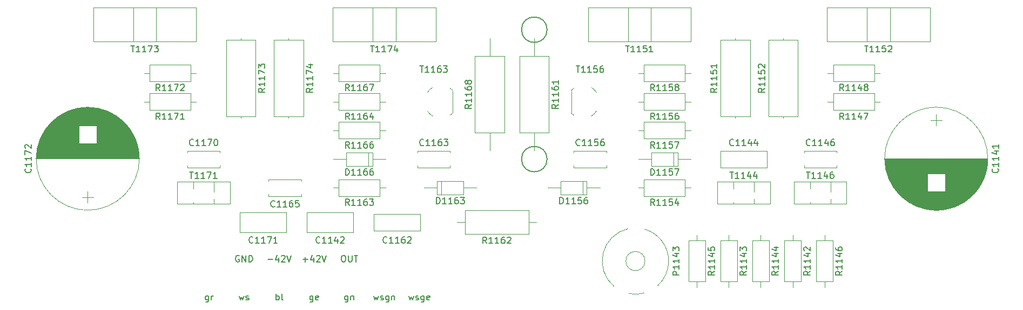
<source format=gto>
G04 #@! TF.GenerationSoftware,KiCad,Pcbnew,(5.1.7)-1*
G04 #@! TF.CreationDate,2022-09-30T21:34:24+02:00*
G04 #@! TF.ProjectId,Endstufe,456e6473-7475-4666-952e-6b696361645f,rev?*
G04 #@! TF.SameCoordinates,Original*
G04 #@! TF.FileFunction,Legend,Top*
G04 #@! TF.FilePolarity,Positive*
%FSLAX46Y46*%
G04 Gerber Fmt 4.6, Leading zero omitted, Abs format (unit mm)*
G04 Created by KiCad (PCBNEW (5.1.7)-1) date 2022-09-30 21:34:24*
%MOMM*%
%LPD*%
G01*
G04 APERTURE LIST*
%ADD10C,0.150000*%
%ADD11C,0.120000*%
%ADD12C,2.400000*%
%ADD13O,2.400000X2.400000*%
%ADD14C,2.500000*%
%ADD15R,2.400000X2.400000*%
%ADD16C,1.800000*%
%ADD17O,1.800000X1.800000*%
%ADD18C,1.600000*%
%ADD19O,1.600000X1.600000*%
%ADD20C,2.340000*%
%ADD21O,2.500000X4.500000*%
%ADD22C,7.400000*%
G04 APERTURE END LIST*
D10*
X59738095Y-64000000D02*
X59642857Y-63952380D01*
X59500000Y-63952380D01*
X59357142Y-64000000D01*
X59261904Y-64095238D01*
X59214285Y-64190476D01*
X59166666Y-64380952D01*
X59166666Y-64523809D01*
X59214285Y-64714285D01*
X59261904Y-64809523D01*
X59357142Y-64904761D01*
X59500000Y-64952380D01*
X59595238Y-64952380D01*
X59738095Y-64904761D01*
X59785714Y-64857142D01*
X59785714Y-64523809D01*
X59595238Y-64523809D01*
X60214285Y-64952380D02*
X60214285Y-63952380D01*
X60785714Y-64952380D01*
X60785714Y-63952380D01*
X61261904Y-64952380D02*
X61261904Y-63952380D01*
X61500000Y-63952380D01*
X61642857Y-64000000D01*
X61738095Y-64095238D01*
X61785714Y-64190476D01*
X61833333Y-64380952D01*
X61833333Y-64523809D01*
X61785714Y-64714285D01*
X61738095Y-64809523D01*
X61642857Y-64904761D01*
X61500000Y-64952380D01*
X61261904Y-64952380D01*
X64238095Y-64571428D02*
X65000000Y-64571428D01*
X65904761Y-64285714D02*
X65904761Y-64952380D01*
X65666666Y-63904761D02*
X65428571Y-64619047D01*
X66047619Y-64619047D01*
X66380952Y-64047619D02*
X66428571Y-64000000D01*
X66523809Y-63952380D01*
X66761904Y-63952380D01*
X66857142Y-64000000D01*
X66904761Y-64047619D01*
X66952380Y-64142857D01*
X66952380Y-64238095D01*
X66904761Y-64380952D01*
X66333333Y-64952380D01*
X66952380Y-64952380D01*
X67238095Y-63952380D02*
X67571428Y-64952380D01*
X67904761Y-63952380D01*
X69738095Y-64571428D02*
X70500000Y-64571428D01*
X70119047Y-64952380D02*
X70119047Y-64190476D01*
X71404761Y-64285714D02*
X71404761Y-64952380D01*
X71166666Y-63904761D02*
X70928571Y-64619047D01*
X71547619Y-64619047D01*
X71880952Y-64047619D02*
X71928571Y-64000000D01*
X72023809Y-63952380D01*
X72261904Y-63952380D01*
X72357142Y-64000000D01*
X72404761Y-64047619D01*
X72452380Y-64142857D01*
X72452380Y-64238095D01*
X72404761Y-64380952D01*
X71833333Y-64952380D01*
X72452380Y-64952380D01*
X72738095Y-63952380D02*
X73071428Y-64952380D01*
X73404761Y-63952380D01*
X76000000Y-63952380D02*
X76190476Y-63952380D01*
X76285714Y-64000000D01*
X76380952Y-64095238D01*
X76428571Y-64285714D01*
X76428571Y-64619047D01*
X76380952Y-64809523D01*
X76285714Y-64904761D01*
X76190476Y-64952380D01*
X76000000Y-64952380D01*
X75904761Y-64904761D01*
X75809523Y-64809523D01*
X75761904Y-64619047D01*
X75761904Y-64285714D01*
X75809523Y-64095238D01*
X75904761Y-64000000D01*
X76000000Y-63952380D01*
X76857142Y-63952380D02*
X76857142Y-64761904D01*
X76904761Y-64857142D01*
X76952380Y-64904761D01*
X77047619Y-64952380D01*
X77238095Y-64952380D01*
X77333333Y-64904761D01*
X77380952Y-64857142D01*
X77428571Y-64761904D01*
X77428571Y-63952380D01*
X77761904Y-63952380D02*
X78333333Y-63952380D01*
X78047619Y-64952380D02*
X78047619Y-63952380D01*
X76761904Y-70285714D02*
X76761904Y-71095238D01*
X76714285Y-71190476D01*
X76666666Y-71238095D01*
X76571428Y-71285714D01*
X76428571Y-71285714D01*
X76333333Y-71238095D01*
X76761904Y-70904761D02*
X76666666Y-70952380D01*
X76476190Y-70952380D01*
X76380952Y-70904761D01*
X76333333Y-70857142D01*
X76285714Y-70761904D01*
X76285714Y-70476190D01*
X76333333Y-70380952D01*
X76380952Y-70333333D01*
X76476190Y-70285714D01*
X76666666Y-70285714D01*
X76761904Y-70333333D01*
X77238095Y-70285714D02*
X77238095Y-70952380D01*
X77238095Y-70380952D02*
X77285714Y-70333333D01*
X77380952Y-70285714D01*
X77523809Y-70285714D01*
X77619047Y-70333333D01*
X77666666Y-70428571D01*
X77666666Y-70952380D01*
X71285714Y-70285714D02*
X71285714Y-71095238D01*
X71238095Y-71190476D01*
X71190476Y-71238095D01*
X71095238Y-71285714D01*
X70952380Y-71285714D01*
X70857142Y-71238095D01*
X71285714Y-70904761D02*
X71190476Y-70952380D01*
X71000000Y-70952380D01*
X70904761Y-70904761D01*
X70857142Y-70857142D01*
X70809523Y-70761904D01*
X70809523Y-70476190D01*
X70857142Y-70380952D01*
X70904761Y-70333333D01*
X71000000Y-70285714D01*
X71190476Y-70285714D01*
X71285714Y-70333333D01*
X72142857Y-70904761D02*
X72047619Y-70952380D01*
X71857142Y-70952380D01*
X71761904Y-70904761D01*
X71714285Y-70809523D01*
X71714285Y-70428571D01*
X71761904Y-70333333D01*
X71857142Y-70285714D01*
X72047619Y-70285714D01*
X72142857Y-70333333D01*
X72190476Y-70428571D01*
X72190476Y-70523809D01*
X71714285Y-70619047D01*
X65523809Y-70952380D02*
X65523809Y-69952380D01*
X65523809Y-70333333D02*
X65619047Y-70285714D01*
X65809523Y-70285714D01*
X65904761Y-70333333D01*
X65952380Y-70380952D01*
X66000000Y-70476190D01*
X66000000Y-70761904D01*
X65952380Y-70857142D01*
X65904761Y-70904761D01*
X65809523Y-70952380D01*
X65619047Y-70952380D01*
X65523809Y-70904761D01*
X66571428Y-70952380D02*
X66476190Y-70904761D01*
X66428571Y-70809523D01*
X66428571Y-69952380D01*
X59714285Y-70285714D02*
X59904761Y-70952380D01*
X60095238Y-70476190D01*
X60285714Y-70952380D01*
X60476190Y-70285714D01*
X60809523Y-70904761D02*
X60904761Y-70952380D01*
X61095238Y-70952380D01*
X61190476Y-70904761D01*
X61238095Y-70809523D01*
X61238095Y-70761904D01*
X61190476Y-70666666D01*
X61095238Y-70619047D01*
X60952380Y-70619047D01*
X60857142Y-70571428D01*
X60809523Y-70476190D01*
X60809523Y-70428571D01*
X60857142Y-70333333D01*
X60952380Y-70285714D01*
X61095238Y-70285714D01*
X61190476Y-70333333D01*
X86333333Y-70285714D02*
X86523809Y-70952380D01*
X86714285Y-70476190D01*
X86904761Y-70952380D01*
X87095238Y-70285714D01*
X87428571Y-70904761D02*
X87523809Y-70952380D01*
X87714285Y-70952380D01*
X87809523Y-70904761D01*
X87857142Y-70809523D01*
X87857142Y-70761904D01*
X87809523Y-70666666D01*
X87714285Y-70619047D01*
X87571428Y-70619047D01*
X87476190Y-70571428D01*
X87428571Y-70476190D01*
X87428571Y-70428571D01*
X87476190Y-70333333D01*
X87571428Y-70285714D01*
X87714285Y-70285714D01*
X87809523Y-70333333D01*
X88714285Y-70285714D02*
X88714285Y-71095238D01*
X88666666Y-71190476D01*
X88619047Y-71238095D01*
X88523809Y-71285714D01*
X88380952Y-71285714D01*
X88285714Y-71238095D01*
X88714285Y-70904761D02*
X88619047Y-70952380D01*
X88428571Y-70952380D01*
X88333333Y-70904761D01*
X88285714Y-70857142D01*
X88238095Y-70761904D01*
X88238095Y-70476190D01*
X88285714Y-70380952D01*
X88333333Y-70333333D01*
X88428571Y-70285714D01*
X88619047Y-70285714D01*
X88714285Y-70333333D01*
X89571428Y-70904761D02*
X89476190Y-70952380D01*
X89285714Y-70952380D01*
X89190476Y-70904761D01*
X89142857Y-70809523D01*
X89142857Y-70428571D01*
X89190476Y-70333333D01*
X89285714Y-70285714D01*
X89476190Y-70285714D01*
X89571428Y-70333333D01*
X89619047Y-70428571D01*
X89619047Y-70523809D01*
X89142857Y-70619047D01*
X80809523Y-70285714D02*
X81000000Y-70952380D01*
X81190476Y-70476190D01*
X81380952Y-70952380D01*
X81571428Y-70285714D01*
X81904761Y-70904761D02*
X82000000Y-70952380D01*
X82190476Y-70952380D01*
X82285714Y-70904761D01*
X82333333Y-70809523D01*
X82333333Y-70761904D01*
X82285714Y-70666666D01*
X82190476Y-70619047D01*
X82047619Y-70619047D01*
X81952380Y-70571428D01*
X81904761Y-70476190D01*
X81904761Y-70428571D01*
X81952380Y-70333333D01*
X82047619Y-70285714D01*
X82190476Y-70285714D01*
X82285714Y-70333333D01*
X83190476Y-70285714D02*
X83190476Y-71095238D01*
X83142857Y-71190476D01*
X83095238Y-71238095D01*
X83000000Y-71285714D01*
X82857142Y-71285714D01*
X82761904Y-71238095D01*
X83190476Y-70904761D02*
X83095238Y-70952380D01*
X82904761Y-70952380D01*
X82809523Y-70904761D01*
X82761904Y-70857142D01*
X82714285Y-70761904D01*
X82714285Y-70476190D01*
X82761904Y-70380952D01*
X82809523Y-70333333D01*
X82904761Y-70285714D01*
X83095238Y-70285714D01*
X83190476Y-70333333D01*
X83666666Y-70285714D02*
X83666666Y-70952380D01*
X83666666Y-70380952D02*
X83714285Y-70333333D01*
X83809523Y-70285714D01*
X83952380Y-70285714D01*
X84047619Y-70333333D01*
X84095238Y-70428571D01*
X84095238Y-70952380D01*
X54904761Y-70285714D02*
X54904761Y-71095238D01*
X54857142Y-71190476D01*
X54809523Y-71238095D01*
X54714285Y-71285714D01*
X54571428Y-71285714D01*
X54476190Y-71238095D01*
X54904761Y-70904761D02*
X54809523Y-70952380D01*
X54619047Y-70952380D01*
X54523809Y-70904761D01*
X54476190Y-70857142D01*
X54428571Y-70761904D01*
X54428571Y-70476190D01*
X54476190Y-70380952D01*
X54523809Y-70333333D01*
X54619047Y-70285714D01*
X54809523Y-70285714D01*
X54904761Y-70333333D01*
X55380952Y-70952380D02*
X55380952Y-70285714D01*
X55380952Y-70476190D02*
X55428571Y-70380952D01*
X55476190Y-70333333D01*
X55571428Y-70285714D01*
X55666666Y-70285714D01*
X108000000Y-48820000D02*
G75*
G03*
X108000000Y-48820000I-2000000J0D01*
G01*
X108000000Y-28500000D02*
G75*
G03*
X108000000Y-28500000I-2000000J0D01*
G01*
D11*
X95110000Y-56890000D02*
X95110000Y-60610000D01*
X95110000Y-60610000D02*
X105130000Y-60610000D01*
X105130000Y-60610000D02*
X105130000Y-56890000D01*
X105130000Y-56890000D02*
X95110000Y-56890000D01*
X93880000Y-58750000D02*
X95110000Y-58750000D01*
X106360000Y-58750000D02*
X105130000Y-58750000D01*
X177090000Y-48750000D02*
G75*
G03*
X177090000Y-48750000I-8090000J0D01*
G01*
X177051000Y-48750000D02*
X160949000Y-48750000D01*
X177050000Y-48790000D02*
X160950000Y-48790000D01*
X177050000Y-48830000D02*
X160950000Y-48830000D01*
X177050000Y-48870000D02*
X160950000Y-48870000D01*
X177049000Y-48910000D02*
X160951000Y-48910000D01*
X177048000Y-48950000D02*
X160952000Y-48950000D01*
X177047000Y-48990000D02*
X160953000Y-48990000D01*
X177046000Y-49030000D02*
X160954000Y-49030000D01*
X177044000Y-49070000D02*
X160956000Y-49070000D01*
X177042000Y-49110000D02*
X160958000Y-49110000D01*
X177041000Y-49150000D02*
X160959000Y-49150000D01*
X177039000Y-49190000D02*
X160961000Y-49190000D01*
X177036000Y-49230000D02*
X160964000Y-49230000D01*
X177034000Y-49270000D02*
X160966000Y-49270000D01*
X177031000Y-49310000D02*
X160969000Y-49310000D01*
X177028000Y-49350000D02*
X160972000Y-49350000D01*
X177025000Y-49390000D02*
X160975000Y-49390000D01*
X177022000Y-49430000D02*
X160978000Y-49430000D01*
X177018000Y-49471000D02*
X160982000Y-49471000D01*
X177015000Y-49511000D02*
X160985000Y-49511000D01*
X177011000Y-49551000D02*
X160989000Y-49551000D01*
X177007000Y-49591000D02*
X160993000Y-49591000D01*
X177002000Y-49631000D02*
X160998000Y-49631000D01*
X176998000Y-49671000D02*
X161002000Y-49671000D01*
X176993000Y-49711000D02*
X161007000Y-49711000D01*
X176988000Y-49751000D02*
X161012000Y-49751000D01*
X176983000Y-49791000D02*
X161017000Y-49791000D01*
X176978000Y-49831000D02*
X161022000Y-49831000D01*
X176973000Y-49871000D02*
X161027000Y-49871000D01*
X176967000Y-49911000D02*
X161033000Y-49911000D01*
X176961000Y-49951000D02*
X161039000Y-49951000D01*
X176955000Y-49991000D02*
X161045000Y-49991000D01*
X176949000Y-50031000D02*
X161051000Y-50031000D01*
X176942000Y-50071000D02*
X161058000Y-50071000D01*
X176935000Y-50111000D02*
X161065000Y-50111000D01*
X176928000Y-50151000D02*
X161072000Y-50151000D01*
X176921000Y-50191000D02*
X161079000Y-50191000D01*
X176914000Y-50231000D02*
X161086000Y-50231000D01*
X176906000Y-50271000D02*
X161094000Y-50271000D01*
X176899000Y-50311000D02*
X161101000Y-50311000D01*
X176891000Y-50351000D02*
X161109000Y-50351000D01*
X176883000Y-50391000D02*
X161117000Y-50391000D01*
X176874000Y-50431000D02*
X161126000Y-50431000D01*
X176866000Y-50471000D02*
X161134000Y-50471000D01*
X176857000Y-50511000D02*
X161143000Y-50511000D01*
X176848000Y-50551000D02*
X161152000Y-50551000D01*
X176838000Y-50591000D02*
X161162000Y-50591000D01*
X176829000Y-50631000D02*
X161171000Y-50631000D01*
X176819000Y-50671000D02*
X161181000Y-50671000D01*
X176809000Y-50711000D02*
X161191000Y-50711000D01*
X176799000Y-50751000D02*
X161201000Y-50751000D01*
X176789000Y-50791000D02*
X161211000Y-50791000D01*
X176779000Y-50831000D02*
X161221000Y-50831000D01*
X176768000Y-50871000D02*
X161232000Y-50871000D01*
X176757000Y-50911000D02*
X161243000Y-50911000D01*
X176746000Y-50951000D02*
X161254000Y-50951000D01*
X176734000Y-50991000D02*
X161266000Y-50991000D01*
X176723000Y-51031000D02*
X161277000Y-51031000D01*
X176711000Y-51071000D02*
X161289000Y-51071000D01*
X176699000Y-51111000D02*
X161301000Y-51111000D01*
X176686000Y-51151000D02*
X170380000Y-51151000D01*
X167620000Y-51151000D02*
X161314000Y-51151000D01*
X176674000Y-51191000D02*
X170380000Y-51191000D01*
X167620000Y-51191000D02*
X161326000Y-51191000D01*
X176661000Y-51231000D02*
X170380000Y-51231000D01*
X167620000Y-51231000D02*
X161339000Y-51231000D01*
X176648000Y-51271000D02*
X170380000Y-51271000D01*
X167620000Y-51271000D02*
X161352000Y-51271000D01*
X176635000Y-51311000D02*
X170380000Y-51311000D01*
X167620000Y-51311000D02*
X161365000Y-51311000D01*
X176621000Y-51351000D02*
X170380000Y-51351000D01*
X167620000Y-51351000D02*
X161379000Y-51351000D01*
X176608000Y-51391000D02*
X170380000Y-51391000D01*
X167620000Y-51391000D02*
X161392000Y-51391000D01*
X176594000Y-51431000D02*
X170380000Y-51431000D01*
X167620000Y-51431000D02*
X161406000Y-51431000D01*
X176580000Y-51471000D02*
X170380000Y-51471000D01*
X167620000Y-51471000D02*
X161420000Y-51471000D01*
X176565000Y-51511000D02*
X170380000Y-51511000D01*
X167620000Y-51511000D02*
X161435000Y-51511000D01*
X176550000Y-51551000D02*
X170380000Y-51551000D01*
X167620000Y-51551000D02*
X161450000Y-51551000D01*
X176536000Y-51591000D02*
X170380000Y-51591000D01*
X167620000Y-51591000D02*
X161464000Y-51591000D01*
X176521000Y-51631000D02*
X170380000Y-51631000D01*
X167620000Y-51631000D02*
X161479000Y-51631000D01*
X176505000Y-51671000D02*
X170380000Y-51671000D01*
X167620000Y-51671000D02*
X161495000Y-51671000D01*
X176490000Y-51711000D02*
X170380000Y-51711000D01*
X167620000Y-51711000D02*
X161510000Y-51711000D01*
X176474000Y-51751000D02*
X170380000Y-51751000D01*
X167620000Y-51751000D02*
X161526000Y-51751000D01*
X176458000Y-51791000D02*
X170380000Y-51791000D01*
X167620000Y-51791000D02*
X161542000Y-51791000D01*
X176441000Y-51831000D02*
X170380000Y-51831000D01*
X167620000Y-51831000D02*
X161559000Y-51831000D01*
X176425000Y-51871000D02*
X170380000Y-51871000D01*
X167620000Y-51871000D02*
X161575000Y-51871000D01*
X176408000Y-51911000D02*
X170380000Y-51911000D01*
X167620000Y-51911000D02*
X161592000Y-51911000D01*
X176391000Y-51951000D02*
X170380000Y-51951000D01*
X167620000Y-51951000D02*
X161609000Y-51951000D01*
X176373000Y-51991000D02*
X170380000Y-51991000D01*
X167620000Y-51991000D02*
X161627000Y-51991000D01*
X176356000Y-52031000D02*
X170380000Y-52031000D01*
X167620000Y-52031000D02*
X161644000Y-52031000D01*
X176338000Y-52071000D02*
X170380000Y-52071000D01*
X167620000Y-52071000D02*
X161662000Y-52071000D01*
X176320000Y-52111000D02*
X170380000Y-52111000D01*
X167620000Y-52111000D02*
X161680000Y-52111000D01*
X176301000Y-52151000D02*
X170380000Y-52151000D01*
X167620000Y-52151000D02*
X161699000Y-52151000D01*
X176283000Y-52191000D02*
X170380000Y-52191000D01*
X167620000Y-52191000D02*
X161717000Y-52191000D01*
X176264000Y-52231000D02*
X170380000Y-52231000D01*
X167620000Y-52231000D02*
X161736000Y-52231000D01*
X176245000Y-52271000D02*
X170380000Y-52271000D01*
X167620000Y-52271000D02*
X161755000Y-52271000D01*
X176225000Y-52311000D02*
X170380000Y-52311000D01*
X167620000Y-52311000D02*
X161775000Y-52311000D01*
X176205000Y-52351000D02*
X170380000Y-52351000D01*
X167620000Y-52351000D02*
X161795000Y-52351000D01*
X176185000Y-52391000D02*
X170380000Y-52391000D01*
X167620000Y-52391000D02*
X161815000Y-52391000D01*
X176165000Y-52431000D02*
X170380000Y-52431000D01*
X167620000Y-52431000D02*
X161835000Y-52431000D01*
X176144000Y-52471000D02*
X170380000Y-52471000D01*
X167620000Y-52471000D02*
X161856000Y-52471000D01*
X176124000Y-52511000D02*
X170380000Y-52511000D01*
X167620000Y-52511000D02*
X161876000Y-52511000D01*
X176102000Y-52551000D02*
X170380000Y-52551000D01*
X167620000Y-52551000D02*
X161898000Y-52551000D01*
X176081000Y-52591000D02*
X170380000Y-52591000D01*
X167620000Y-52591000D02*
X161919000Y-52591000D01*
X176059000Y-52631000D02*
X170380000Y-52631000D01*
X167620000Y-52631000D02*
X161941000Y-52631000D01*
X176037000Y-52671000D02*
X170380000Y-52671000D01*
X167620000Y-52671000D02*
X161963000Y-52671000D01*
X176015000Y-52711000D02*
X170380000Y-52711000D01*
X167620000Y-52711000D02*
X161985000Y-52711000D01*
X175992000Y-52751000D02*
X170380000Y-52751000D01*
X167620000Y-52751000D02*
X162008000Y-52751000D01*
X175970000Y-52791000D02*
X170380000Y-52791000D01*
X167620000Y-52791000D02*
X162030000Y-52791000D01*
X175946000Y-52831000D02*
X170380000Y-52831000D01*
X167620000Y-52831000D02*
X162054000Y-52831000D01*
X175923000Y-52871000D02*
X170380000Y-52871000D01*
X167620000Y-52871000D02*
X162077000Y-52871000D01*
X175899000Y-52911000D02*
X170380000Y-52911000D01*
X167620000Y-52911000D02*
X162101000Y-52911000D01*
X175875000Y-52951000D02*
X170380000Y-52951000D01*
X167620000Y-52951000D02*
X162125000Y-52951000D01*
X175850000Y-52991000D02*
X170380000Y-52991000D01*
X167620000Y-52991000D02*
X162150000Y-52991000D01*
X175826000Y-53031000D02*
X170380000Y-53031000D01*
X167620000Y-53031000D02*
X162174000Y-53031000D01*
X175801000Y-53071000D02*
X170380000Y-53071000D01*
X167620000Y-53071000D02*
X162199000Y-53071000D01*
X175775000Y-53111000D02*
X170380000Y-53111000D01*
X167620000Y-53111000D02*
X162225000Y-53111000D01*
X175749000Y-53151000D02*
X170380000Y-53151000D01*
X167620000Y-53151000D02*
X162251000Y-53151000D01*
X175723000Y-53191000D02*
X170380000Y-53191000D01*
X167620000Y-53191000D02*
X162277000Y-53191000D01*
X175697000Y-53231000D02*
X170380000Y-53231000D01*
X167620000Y-53231000D02*
X162303000Y-53231000D01*
X175670000Y-53271000D02*
X170380000Y-53271000D01*
X167620000Y-53271000D02*
X162330000Y-53271000D01*
X175643000Y-53311000D02*
X170380000Y-53311000D01*
X167620000Y-53311000D02*
X162357000Y-53311000D01*
X175615000Y-53351000D02*
X170380000Y-53351000D01*
X167620000Y-53351000D02*
X162385000Y-53351000D01*
X175588000Y-53391000D02*
X170380000Y-53391000D01*
X167620000Y-53391000D02*
X162412000Y-53391000D01*
X175559000Y-53431000D02*
X170380000Y-53431000D01*
X167620000Y-53431000D02*
X162441000Y-53431000D01*
X175531000Y-53471000D02*
X170380000Y-53471000D01*
X167620000Y-53471000D02*
X162469000Y-53471000D01*
X175502000Y-53511000D02*
X170380000Y-53511000D01*
X167620000Y-53511000D02*
X162498000Y-53511000D01*
X175473000Y-53551000D02*
X170380000Y-53551000D01*
X167620000Y-53551000D02*
X162527000Y-53551000D01*
X175443000Y-53591000D02*
X170380000Y-53591000D01*
X167620000Y-53591000D02*
X162557000Y-53591000D01*
X175413000Y-53631000D02*
X170380000Y-53631000D01*
X167620000Y-53631000D02*
X162587000Y-53631000D01*
X175382000Y-53671000D02*
X170380000Y-53671000D01*
X167620000Y-53671000D02*
X162618000Y-53671000D01*
X175352000Y-53711000D02*
X170380000Y-53711000D01*
X167620000Y-53711000D02*
X162648000Y-53711000D01*
X175320000Y-53751000D02*
X170380000Y-53751000D01*
X167620000Y-53751000D02*
X162680000Y-53751000D01*
X175289000Y-53791000D02*
X170380000Y-53791000D01*
X167620000Y-53791000D02*
X162711000Y-53791000D01*
X175257000Y-53831000D02*
X170380000Y-53831000D01*
X167620000Y-53831000D02*
X162743000Y-53831000D01*
X175224000Y-53871000D02*
X170380000Y-53871000D01*
X167620000Y-53871000D02*
X162776000Y-53871000D01*
X175191000Y-53911000D02*
X162809000Y-53911000D01*
X175158000Y-53951000D02*
X162842000Y-53951000D01*
X175124000Y-53991000D02*
X162876000Y-53991000D01*
X175090000Y-54031000D02*
X162910000Y-54031000D01*
X175055000Y-54071000D02*
X162945000Y-54071000D01*
X175020000Y-54111000D02*
X162980000Y-54111000D01*
X174984000Y-54151000D02*
X163016000Y-54151000D01*
X174948000Y-54191000D02*
X163052000Y-54191000D01*
X174912000Y-54231000D02*
X163088000Y-54231000D01*
X174875000Y-54271000D02*
X163125000Y-54271000D01*
X174837000Y-54311000D02*
X163163000Y-54311000D01*
X174799000Y-54351000D02*
X163201000Y-54351000D01*
X174760000Y-54391000D02*
X163240000Y-54391000D01*
X174721000Y-54431000D02*
X163279000Y-54431000D01*
X174681000Y-54471000D02*
X163319000Y-54471000D01*
X174641000Y-54511000D02*
X163359000Y-54511000D01*
X174600000Y-54551000D02*
X163400000Y-54551000D01*
X174559000Y-54591000D02*
X163441000Y-54591000D01*
X174517000Y-54631000D02*
X163483000Y-54631000D01*
X174474000Y-54671000D02*
X163526000Y-54671000D01*
X174431000Y-54711000D02*
X163569000Y-54711000D01*
X174387000Y-54751000D02*
X163613000Y-54751000D01*
X174343000Y-54791000D02*
X163657000Y-54791000D01*
X174297000Y-54831000D02*
X163703000Y-54831000D01*
X174251000Y-54871000D02*
X163749000Y-54871000D01*
X174205000Y-54911000D02*
X163795000Y-54911000D01*
X174157000Y-54951000D02*
X163843000Y-54951000D01*
X174109000Y-54991000D02*
X163891000Y-54991000D01*
X174060000Y-55031000D02*
X163940000Y-55031000D01*
X174011000Y-55071000D02*
X163989000Y-55071000D01*
X173960000Y-55111000D02*
X164040000Y-55111000D01*
X173909000Y-55151000D02*
X164091000Y-55151000D01*
X173857000Y-55191000D02*
X164143000Y-55191000D01*
X173804000Y-55231000D02*
X164196000Y-55231000D01*
X173750000Y-55271000D02*
X164250000Y-55271000D01*
X173695000Y-55311000D02*
X164305000Y-55311000D01*
X173639000Y-55351000D02*
X164361000Y-55351000D01*
X173582000Y-55391000D02*
X164418000Y-55391000D01*
X173524000Y-55431000D02*
X164476000Y-55431000D01*
X173465000Y-55471000D02*
X164535000Y-55471000D01*
X173405000Y-55511000D02*
X164595000Y-55511000D01*
X173343000Y-55551000D02*
X164657000Y-55551000D01*
X173281000Y-55591000D02*
X164719000Y-55591000D01*
X173217000Y-55631000D02*
X164783000Y-55631000D01*
X173151000Y-55671000D02*
X164849000Y-55671000D01*
X173084000Y-55711000D02*
X164916000Y-55711000D01*
X173016000Y-55751000D02*
X164984000Y-55751000D01*
X172946000Y-55791000D02*
X165054000Y-55791000D01*
X172875000Y-55831000D02*
X165125000Y-55831000D01*
X172802000Y-55871000D02*
X165198000Y-55871000D01*
X172726000Y-55911000D02*
X165274000Y-55911000D01*
X172649000Y-55951000D02*
X165351000Y-55951000D01*
X172570000Y-55991000D02*
X165430000Y-55991000D01*
X172489000Y-56031000D02*
X165511000Y-56031000D01*
X172405000Y-56071000D02*
X165595000Y-56071000D01*
X172319000Y-56111000D02*
X165681000Y-56111000D01*
X172230000Y-56151000D02*
X165770000Y-56151000D01*
X172138000Y-56191000D02*
X165862000Y-56191000D01*
X172042000Y-56231000D02*
X165958000Y-56231000D01*
X171943000Y-56271000D02*
X166057000Y-56271000D01*
X171841000Y-56311000D02*
X166159000Y-56311000D01*
X171733000Y-56351000D02*
X166267000Y-56351000D01*
X171621000Y-56391000D02*
X166379000Y-56391000D01*
X171503000Y-56431000D02*
X166497000Y-56431000D01*
X171379000Y-56471000D02*
X166621000Y-56471000D01*
X171248000Y-56511000D02*
X166752000Y-56511000D01*
X171107000Y-56551000D02*
X166893000Y-56551000D01*
X170956000Y-56591000D02*
X167044000Y-56591000D01*
X170792000Y-56631000D02*
X167208000Y-56631000D01*
X170610000Y-56671000D02*
X167390000Y-56671000D01*
X170405000Y-56711000D02*
X167595000Y-56711000D01*
X170164000Y-56751000D02*
X167836000Y-56751000D01*
X169859000Y-56791000D02*
X168141000Y-56791000D01*
X169363000Y-56831000D02*
X168637000Y-56831000D01*
X169000000Y-41800000D02*
X169000000Y-43600000D01*
X169900000Y-42700000D02*
X168100000Y-42700000D01*
X69810000Y-30110000D02*
X65190000Y-30110000D01*
X65190000Y-30110000D02*
X65190000Y-42130000D01*
X65190000Y-42130000D02*
X69810000Y-42130000D01*
X69810000Y-42130000D02*
X69810000Y-30110000D01*
X67500000Y-29880000D02*
X67500000Y-30110000D01*
X67500000Y-42360000D02*
X67500000Y-42130000D01*
X62310000Y-30110000D02*
X57690000Y-30110000D01*
X57690000Y-30110000D02*
X57690000Y-42130000D01*
X57690000Y-42130000D02*
X62310000Y-42130000D01*
X62310000Y-42130000D02*
X62310000Y-30110000D01*
X60000000Y-29880000D02*
X60000000Y-30110000D01*
X60000000Y-42360000D02*
X60000000Y-42130000D01*
X142690000Y-42130000D02*
X147310000Y-42130000D01*
X147310000Y-42130000D02*
X147310000Y-30110000D01*
X147310000Y-30110000D02*
X142690000Y-30110000D01*
X142690000Y-30110000D02*
X142690000Y-42130000D01*
X145000000Y-42360000D02*
X145000000Y-42130000D01*
X145000000Y-29880000D02*
X145000000Y-30110000D01*
X135190000Y-42130000D02*
X139810000Y-42130000D01*
X139810000Y-42130000D02*
X139810000Y-30110000D01*
X139810000Y-30110000D02*
X135190000Y-30110000D01*
X135190000Y-30110000D02*
X135190000Y-42130000D01*
X137500000Y-42360000D02*
X137500000Y-42130000D01*
X137500000Y-29880000D02*
X137500000Y-30110000D01*
X44090000Y-48750000D02*
G75*
G03*
X44090000Y-48750000I-8090000J0D01*
G01*
X27949000Y-48750000D02*
X44051000Y-48750000D01*
X27950000Y-48710000D02*
X44050000Y-48710000D01*
X27950000Y-48670000D02*
X44050000Y-48670000D01*
X27950000Y-48630000D02*
X44050000Y-48630000D01*
X27951000Y-48590000D02*
X44049000Y-48590000D01*
X27952000Y-48550000D02*
X44048000Y-48550000D01*
X27953000Y-48510000D02*
X44047000Y-48510000D01*
X27954000Y-48470000D02*
X44046000Y-48470000D01*
X27956000Y-48430000D02*
X44044000Y-48430000D01*
X27958000Y-48390000D02*
X44042000Y-48390000D01*
X27959000Y-48350000D02*
X44041000Y-48350000D01*
X27961000Y-48310000D02*
X44039000Y-48310000D01*
X27964000Y-48270000D02*
X44036000Y-48270000D01*
X27966000Y-48230000D02*
X44034000Y-48230000D01*
X27969000Y-48190000D02*
X44031000Y-48190000D01*
X27972000Y-48150000D02*
X44028000Y-48150000D01*
X27975000Y-48110000D02*
X44025000Y-48110000D01*
X27978000Y-48070000D02*
X44022000Y-48070000D01*
X27982000Y-48029000D02*
X44018000Y-48029000D01*
X27985000Y-47989000D02*
X44015000Y-47989000D01*
X27989000Y-47949000D02*
X44011000Y-47949000D01*
X27993000Y-47909000D02*
X44007000Y-47909000D01*
X27998000Y-47869000D02*
X44002000Y-47869000D01*
X28002000Y-47829000D02*
X43998000Y-47829000D01*
X28007000Y-47789000D02*
X43993000Y-47789000D01*
X28012000Y-47749000D02*
X43988000Y-47749000D01*
X28017000Y-47709000D02*
X43983000Y-47709000D01*
X28022000Y-47669000D02*
X43978000Y-47669000D01*
X28027000Y-47629000D02*
X43973000Y-47629000D01*
X28033000Y-47589000D02*
X43967000Y-47589000D01*
X28039000Y-47549000D02*
X43961000Y-47549000D01*
X28045000Y-47509000D02*
X43955000Y-47509000D01*
X28051000Y-47469000D02*
X43949000Y-47469000D01*
X28058000Y-47429000D02*
X43942000Y-47429000D01*
X28065000Y-47389000D02*
X43935000Y-47389000D01*
X28072000Y-47349000D02*
X43928000Y-47349000D01*
X28079000Y-47309000D02*
X43921000Y-47309000D01*
X28086000Y-47269000D02*
X43914000Y-47269000D01*
X28094000Y-47229000D02*
X43906000Y-47229000D01*
X28101000Y-47189000D02*
X43899000Y-47189000D01*
X28109000Y-47149000D02*
X43891000Y-47149000D01*
X28117000Y-47109000D02*
X43883000Y-47109000D01*
X28126000Y-47069000D02*
X43874000Y-47069000D01*
X28134000Y-47029000D02*
X43866000Y-47029000D01*
X28143000Y-46989000D02*
X43857000Y-46989000D01*
X28152000Y-46949000D02*
X43848000Y-46949000D01*
X28162000Y-46909000D02*
X43838000Y-46909000D01*
X28171000Y-46869000D02*
X43829000Y-46869000D01*
X28181000Y-46829000D02*
X43819000Y-46829000D01*
X28191000Y-46789000D02*
X43809000Y-46789000D01*
X28201000Y-46749000D02*
X43799000Y-46749000D01*
X28211000Y-46709000D02*
X43789000Y-46709000D01*
X28221000Y-46669000D02*
X43779000Y-46669000D01*
X28232000Y-46629000D02*
X43768000Y-46629000D01*
X28243000Y-46589000D02*
X43757000Y-46589000D01*
X28254000Y-46549000D02*
X43746000Y-46549000D01*
X28266000Y-46509000D02*
X43734000Y-46509000D01*
X28277000Y-46469000D02*
X43723000Y-46469000D01*
X28289000Y-46429000D02*
X43711000Y-46429000D01*
X28301000Y-46389000D02*
X43699000Y-46389000D01*
X28314000Y-46349000D02*
X34620000Y-46349000D01*
X37380000Y-46349000D02*
X43686000Y-46349000D01*
X28326000Y-46309000D02*
X34620000Y-46309000D01*
X37380000Y-46309000D02*
X43674000Y-46309000D01*
X28339000Y-46269000D02*
X34620000Y-46269000D01*
X37380000Y-46269000D02*
X43661000Y-46269000D01*
X28352000Y-46229000D02*
X34620000Y-46229000D01*
X37380000Y-46229000D02*
X43648000Y-46229000D01*
X28365000Y-46189000D02*
X34620000Y-46189000D01*
X37380000Y-46189000D02*
X43635000Y-46189000D01*
X28379000Y-46149000D02*
X34620000Y-46149000D01*
X37380000Y-46149000D02*
X43621000Y-46149000D01*
X28392000Y-46109000D02*
X34620000Y-46109000D01*
X37380000Y-46109000D02*
X43608000Y-46109000D01*
X28406000Y-46069000D02*
X34620000Y-46069000D01*
X37380000Y-46069000D02*
X43594000Y-46069000D01*
X28420000Y-46029000D02*
X34620000Y-46029000D01*
X37380000Y-46029000D02*
X43580000Y-46029000D01*
X28435000Y-45989000D02*
X34620000Y-45989000D01*
X37380000Y-45989000D02*
X43565000Y-45989000D01*
X28450000Y-45949000D02*
X34620000Y-45949000D01*
X37380000Y-45949000D02*
X43550000Y-45949000D01*
X28464000Y-45909000D02*
X34620000Y-45909000D01*
X37380000Y-45909000D02*
X43536000Y-45909000D01*
X28479000Y-45869000D02*
X34620000Y-45869000D01*
X37380000Y-45869000D02*
X43521000Y-45869000D01*
X28495000Y-45829000D02*
X34620000Y-45829000D01*
X37380000Y-45829000D02*
X43505000Y-45829000D01*
X28510000Y-45789000D02*
X34620000Y-45789000D01*
X37380000Y-45789000D02*
X43490000Y-45789000D01*
X28526000Y-45749000D02*
X34620000Y-45749000D01*
X37380000Y-45749000D02*
X43474000Y-45749000D01*
X28542000Y-45709000D02*
X34620000Y-45709000D01*
X37380000Y-45709000D02*
X43458000Y-45709000D01*
X28559000Y-45669000D02*
X34620000Y-45669000D01*
X37380000Y-45669000D02*
X43441000Y-45669000D01*
X28575000Y-45629000D02*
X34620000Y-45629000D01*
X37380000Y-45629000D02*
X43425000Y-45629000D01*
X28592000Y-45589000D02*
X34620000Y-45589000D01*
X37380000Y-45589000D02*
X43408000Y-45589000D01*
X28609000Y-45549000D02*
X34620000Y-45549000D01*
X37380000Y-45549000D02*
X43391000Y-45549000D01*
X28627000Y-45509000D02*
X34620000Y-45509000D01*
X37380000Y-45509000D02*
X43373000Y-45509000D01*
X28644000Y-45469000D02*
X34620000Y-45469000D01*
X37380000Y-45469000D02*
X43356000Y-45469000D01*
X28662000Y-45429000D02*
X34620000Y-45429000D01*
X37380000Y-45429000D02*
X43338000Y-45429000D01*
X28680000Y-45389000D02*
X34620000Y-45389000D01*
X37380000Y-45389000D02*
X43320000Y-45389000D01*
X28699000Y-45349000D02*
X34620000Y-45349000D01*
X37380000Y-45349000D02*
X43301000Y-45349000D01*
X28717000Y-45309000D02*
X34620000Y-45309000D01*
X37380000Y-45309000D02*
X43283000Y-45309000D01*
X28736000Y-45269000D02*
X34620000Y-45269000D01*
X37380000Y-45269000D02*
X43264000Y-45269000D01*
X28755000Y-45229000D02*
X34620000Y-45229000D01*
X37380000Y-45229000D02*
X43245000Y-45229000D01*
X28775000Y-45189000D02*
X34620000Y-45189000D01*
X37380000Y-45189000D02*
X43225000Y-45189000D01*
X28795000Y-45149000D02*
X34620000Y-45149000D01*
X37380000Y-45149000D02*
X43205000Y-45149000D01*
X28815000Y-45109000D02*
X34620000Y-45109000D01*
X37380000Y-45109000D02*
X43185000Y-45109000D01*
X28835000Y-45069000D02*
X34620000Y-45069000D01*
X37380000Y-45069000D02*
X43165000Y-45069000D01*
X28856000Y-45029000D02*
X34620000Y-45029000D01*
X37380000Y-45029000D02*
X43144000Y-45029000D01*
X28876000Y-44989000D02*
X34620000Y-44989000D01*
X37380000Y-44989000D02*
X43124000Y-44989000D01*
X28898000Y-44949000D02*
X34620000Y-44949000D01*
X37380000Y-44949000D02*
X43102000Y-44949000D01*
X28919000Y-44909000D02*
X34620000Y-44909000D01*
X37380000Y-44909000D02*
X43081000Y-44909000D01*
X28941000Y-44869000D02*
X34620000Y-44869000D01*
X37380000Y-44869000D02*
X43059000Y-44869000D01*
X28963000Y-44829000D02*
X34620000Y-44829000D01*
X37380000Y-44829000D02*
X43037000Y-44829000D01*
X28985000Y-44789000D02*
X34620000Y-44789000D01*
X37380000Y-44789000D02*
X43015000Y-44789000D01*
X29008000Y-44749000D02*
X34620000Y-44749000D01*
X37380000Y-44749000D02*
X42992000Y-44749000D01*
X29030000Y-44709000D02*
X34620000Y-44709000D01*
X37380000Y-44709000D02*
X42970000Y-44709000D01*
X29054000Y-44669000D02*
X34620000Y-44669000D01*
X37380000Y-44669000D02*
X42946000Y-44669000D01*
X29077000Y-44629000D02*
X34620000Y-44629000D01*
X37380000Y-44629000D02*
X42923000Y-44629000D01*
X29101000Y-44589000D02*
X34620000Y-44589000D01*
X37380000Y-44589000D02*
X42899000Y-44589000D01*
X29125000Y-44549000D02*
X34620000Y-44549000D01*
X37380000Y-44549000D02*
X42875000Y-44549000D01*
X29150000Y-44509000D02*
X34620000Y-44509000D01*
X37380000Y-44509000D02*
X42850000Y-44509000D01*
X29174000Y-44469000D02*
X34620000Y-44469000D01*
X37380000Y-44469000D02*
X42826000Y-44469000D01*
X29199000Y-44429000D02*
X34620000Y-44429000D01*
X37380000Y-44429000D02*
X42801000Y-44429000D01*
X29225000Y-44389000D02*
X34620000Y-44389000D01*
X37380000Y-44389000D02*
X42775000Y-44389000D01*
X29251000Y-44349000D02*
X34620000Y-44349000D01*
X37380000Y-44349000D02*
X42749000Y-44349000D01*
X29277000Y-44309000D02*
X34620000Y-44309000D01*
X37380000Y-44309000D02*
X42723000Y-44309000D01*
X29303000Y-44269000D02*
X34620000Y-44269000D01*
X37380000Y-44269000D02*
X42697000Y-44269000D01*
X29330000Y-44229000D02*
X34620000Y-44229000D01*
X37380000Y-44229000D02*
X42670000Y-44229000D01*
X29357000Y-44189000D02*
X34620000Y-44189000D01*
X37380000Y-44189000D02*
X42643000Y-44189000D01*
X29385000Y-44149000D02*
X34620000Y-44149000D01*
X37380000Y-44149000D02*
X42615000Y-44149000D01*
X29412000Y-44109000D02*
X34620000Y-44109000D01*
X37380000Y-44109000D02*
X42588000Y-44109000D01*
X29441000Y-44069000D02*
X34620000Y-44069000D01*
X37380000Y-44069000D02*
X42559000Y-44069000D01*
X29469000Y-44029000D02*
X34620000Y-44029000D01*
X37380000Y-44029000D02*
X42531000Y-44029000D01*
X29498000Y-43989000D02*
X34620000Y-43989000D01*
X37380000Y-43989000D02*
X42502000Y-43989000D01*
X29527000Y-43949000D02*
X34620000Y-43949000D01*
X37380000Y-43949000D02*
X42473000Y-43949000D01*
X29557000Y-43909000D02*
X34620000Y-43909000D01*
X37380000Y-43909000D02*
X42443000Y-43909000D01*
X29587000Y-43869000D02*
X34620000Y-43869000D01*
X37380000Y-43869000D02*
X42413000Y-43869000D01*
X29618000Y-43829000D02*
X34620000Y-43829000D01*
X37380000Y-43829000D02*
X42382000Y-43829000D01*
X29648000Y-43789000D02*
X34620000Y-43789000D01*
X37380000Y-43789000D02*
X42352000Y-43789000D01*
X29680000Y-43749000D02*
X34620000Y-43749000D01*
X37380000Y-43749000D02*
X42320000Y-43749000D01*
X29711000Y-43709000D02*
X34620000Y-43709000D01*
X37380000Y-43709000D02*
X42289000Y-43709000D01*
X29743000Y-43669000D02*
X34620000Y-43669000D01*
X37380000Y-43669000D02*
X42257000Y-43669000D01*
X29776000Y-43629000D02*
X34620000Y-43629000D01*
X37380000Y-43629000D02*
X42224000Y-43629000D01*
X29809000Y-43589000D02*
X42191000Y-43589000D01*
X29842000Y-43549000D02*
X42158000Y-43549000D01*
X29876000Y-43509000D02*
X42124000Y-43509000D01*
X29910000Y-43469000D02*
X42090000Y-43469000D01*
X29945000Y-43429000D02*
X42055000Y-43429000D01*
X29980000Y-43389000D02*
X42020000Y-43389000D01*
X30016000Y-43349000D02*
X41984000Y-43349000D01*
X30052000Y-43309000D02*
X41948000Y-43309000D01*
X30088000Y-43269000D02*
X41912000Y-43269000D01*
X30125000Y-43229000D02*
X41875000Y-43229000D01*
X30163000Y-43189000D02*
X41837000Y-43189000D01*
X30201000Y-43149000D02*
X41799000Y-43149000D01*
X30240000Y-43109000D02*
X41760000Y-43109000D01*
X30279000Y-43069000D02*
X41721000Y-43069000D01*
X30319000Y-43029000D02*
X41681000Y-43029000D01*
X30359000Y-42989000D02*
X41641000Y-42989000D01*
X30400000Y-42949000D02*
X41600000Y-42949000D01*
X30441000Y-42909000D02*
X41559000Y-42909000D01*
X30483000Y-42869000D02*
X41517000Y-42869000D01*
X30526000Y-42829000D02*
X41474000Y-42829000D01*
X30569000Y-42789000D02*
X41431000Y-42789000D01*
X30613000Y-42749000D02*
X41387000Y-42749000D01*
X30657000Y-42709000D02*
X41343000Y-42709000D01*
X30703000Y-42669000D02*
X41297000Y-42669000D01*
X30749000Y-42629000D02*
X41251000Y-42629000D01*
X30795000Y-42589000D02*
X41205000Y-42589000D01*
X30843000Y-42549000D02*
X41157000Y-42549000D01*
X30891000Y-42509000D02*
X41109000Y-42509000D01*
X30940000Y-42469000D02*
X41060000Y-42469000D01*
X30989000Y-42429000D02*
X41011000Y-42429000D01*
X31040000Y-42389000D02*
X40960000Y-42389000D01*
X31091000Y-42349000D02*
X40909000Y-42349000D01*
X31143000Y-42309000D02*
X40857000Y-42309000D01*
X31196000Y-42269000D02*
X40804000Y-42269000D01*
X31250000Y-42229000D02*
X40750000Y-42229000D01*
X31305000Y-42189000D02*
X40695000Y-42189000D01*
X31361000Y-42149000D02*
X40639000Y-42149000D01*
X31418000Y-42109000D02*
X40582000Y-42109000D01*
X31476000Y-42069000D02*
X40524000Y-42069000D01*
X31535000Y-42029000D02*
X40465000Y-42029000D01*
X31595000Y-41989000D02*
X40405000Y-41989000D01*
X31657000Y-41949000D02*
X40343000Y-41949000D01*
X31719000Y-41909000D02*
X40281000Y-41909000D01*
X31783000Y-41869000D02*
X40217000Y-41869000D01*
X31849000Y-41829000D02*
X40151000Y-41829000D01*
X31916000Y-41789000D02*
X40084000Y-41789000D01*
X31984000Y-41749000D02*
X40016000Y-41749000D01*
X32054000Y-41709000D02*
X39946000Y-41709000D01*
X32125000Y-41669000D02*
X39875000Y-41669000D01*
X32198000Y-41629000D02*
X39802000Y-41629000D01*
X32274000Y-41589000D02*
X39726000Y-41589000D01*
X32351000Y-41549000D02*
X39649000Y-41549000D01*
X32430000Y-41509000D02*
X39570000Y-41509000D01*
X32511000Y-41469000D02*
X39489000Y-41469000D01*
X32595000Y-41429000D02*
X39405000Y-41429000D01*
X32681000Y-41389000D02*
X39319000Y-41389000D01*
X32770000Y-41349000D02*
X39230000Y-41349000D01*
X32862000Y-41309000D02*
X39138000Y-41309000D01*
X32958000Y-41269000D02*
X39042000Y-41269000D01*
X33057000Y-41229000D02*
X38943000Y-41229000D01*
X33159000Y-41189000D02*
X38841000Y-41189000D01*
X33267000Y-41149000D02*
X38733000Y-41149000D01*
X33379000Y-41109000D02*
X38621000Y-41109000D01*
X33497000Y-41069000D02*
X38503000Y-41069000D01*
X33621000Y-41029000D02*
X38379000Y-41029000D01*
X33752000Y-40989000D02*
X38248000Y-40989000D01*
X33893000Y-40949000D02*
X38107000Y-40949000D01*
X34044000Y-40909000D02*
X37956000Y-40909000D01*
X34208000Y-40869000D02*
X37792000Y-40869000D01*
X34390000Y-40829000D02*
X37610000Y-40829000D01*
X34595000Y-40789000D02*
X37405000Y-40789000D01*
X34836000Y-40749000D02*
X37164000Y-40749000D01*
X35141000Y-40709000D02*
X36859000Y-40709000D01*
X35637000Y-40669000D02*
X36363000Y-40669000D01*
X36000000Y-55700000D02*
X36000000Y-53900000D01*
X35100000Y-54800000D02*
X36900000Y-54800000D01*
X146720000Y-52380000D02*
X154960000Y-52380000D01*
X146720000Y-55870000D02*
X154960000Y-55870000D01*
X146720000Y-52380000D02*
X146720000Y-55870000D01*
X154960000Y-52380000D02*
X154960000Y-55870000D01*
X149240000Y-52380000D02*
X149240000Y-53450000D01*
X149240000Y-55550000D02*
X149240000Y-55870000D01*
X152441000Y-52380000D02*
X152441000Y-53960000D01*
X152441000Y-55040000D02*
X152441000Y-55870000D01*
X140441000Y-55040000D02*
X140441000Y-55870000D01*
X140441000Y-52380000D02*
X140441000Y-53960000D01*
X137240000Y-55550000D02*
X137240000Y-55870000D01*
X137240000Y-52380000D02*
X137240000Y-53450000D01*
X142960000Y-52380000D02*
X142960000Y-55870000D01*
X134720000Y-52380000D02*
X134720000Y-55870000D01*
X134720000Y-55870000D02*
X142960000Y-55870000D01*
X134720000Y-52380000D02*
X142960000Y-52380000D01*
X153400000Y-50130000D02*
X148280000Y-50130000D01*
X153400000Y-47510000D02*
X148280000Y-47510000D01*
X153400000Y-50130000D02*
X153400000Y-49816000D01*
X153400000Y-47824000D02*
X153400000Y-47510000D01*
X148280000Y-50130000D02*
X148280000Y-49816000D01*
X148280000Y-47824000D02*
X148280000Y-47510000D01*
X81790000Y-54630000D02*
X81790000Y-52010000D01*
X81790000Y-52010000D02*
X75370000Y-52010000D01*
X75370000Y-52010000D02*
X75370000Y-54630000D01*
X75370000Y-54630000D02*
X81790000Y-54630000D01*
X82680000Y-53320000D02*
X81790000Y-53320000D01*
X74480000Y-53320000D02*
X75370000Y-53320000D01*
X90770000Y-52260000D02*
X90770000Y-54380000D01*
X90770000Y-54380000D02*
X94890000Y-54380000D01*
X94890000Y-54380000D02*
X94890000Y-52260000D01*
X94890000Y-52260000D02*
X90770000Y-52260000D01*
X88730000Y-53320000D02*
X90770000Y-53320000D01*
X96930000Y-53320000D02*
X94890000Y-53320000D01*
X91430000Y-52260000D02*
X91430000Y-54380000D01*
X51600000Y-47510000D02*
X56720000Y-47510000D01*
X51600000Y-50130000D02*
X56720000Y-50130000D01*
X51600000Y-47510000D02*
X51600000Y-47824000D01*
X51600000Y-49816000D02*
X51600000Y-50130000D01*
X56720000Y-47510000D02*
X56720000Y-47824000D01*
X56720000Y-49816000D02*
X56720000Y-50130000D01*
X69470000Y-54630000D02*
X64350000Y-54630000D01*
X69470000Y-52010000D02*
X64350000Y-52010000D01*
X69470000Y-54630000D02*
X69470000Y-54316000D01*
X69470000Y-52324000D02*
X69470000Y-52010000D01*
X64350000Y-54630000D02*
X64350000Y-54316000D01*
X64350000Y-52324000D02*
X64350000Y-52010000D01*
X77660000Y-57190000D02*
X77660000Y-60310000D01*
X70340000Y-57190000D02*
X70340000Y-60310000D01*
X70340000Y-60310000D02*
X77660000Y-60310000D01*
X70340000Y-57190000D02*
X77660000Y-57190000D01*
X59840000Y-60310000D02*
X59840000Y-57190000D01*
X67160000Y-60310000D02*
X67160000Y-57190000D01*
X67160000Y-57190000D02*
X59840000Y-57190000D01*
X67160000Y-60310000D02*
X59840000Y-60310000D01*
X122320000Y-53320000D02*
X123210000Y-53320000D01*
X130520000Y-53320000D02*
X129630000Y-53320000D01*
X123210000Y-54630000D02*
X129630000Y-54630000D01*
X123210000Y-52010000D02*
X123210000Y-54630000D01*
X129630000Y-52010000D02*
X123210000Y-52010000D01*
X129630000Y-54630000D02*
X129630000Y-52010000D01*
X113570000Y-54380000D02*
X113570000Y-52260000D01*
X108070000Y-53320000D02*
X110110000Y-53320000D01*
X116270000Y-53320000D02*
X114230000Y-53320000D01*
X110110000Y-54380000D02*
X114230000Y-54380000D01*
X110110000Y-52260000D02*
X110110000Y-54380000D01*
X114230000Y-52260000D02*
X110110000Y-52260000D01*
X114230000Y-54380000D02*
X114230000Y-52260000D01*
X88160000Y-60060000D02*
X80840000Y-60060000D01*
X88160000Y-57440000D02*
X80840000Y-57440000D01*
X88160000Y-60060000D02*
X88160000Y-57440000D01*
X80840000Y-60060000D02*
X80840000Y-57440000D01*
X141500000Y-68930000D02*
X141500000Y-68040000D01*
X141500000Y-60730000D02*
X141500000Y-61620000D01*
X142810000Y-68040000D02*
X142810000Y-61620000D01*
X140190000Y-68040000D02*
X142810000Y-68040000D01*
X140190000Y-61620000D02*
X140190000Y-68040000D01*
X142810000Y-61620000D02*
X140190000Y-61620000D01*
X136500000Y-68930000D02*
X136500000Y-68040000D01*
X136500000Y-60730000D02*
X136500000Y-61620000D01*
X137810000Y-68040000D02*
X137810000Y-61620000D01*
X135190000Y-68040000D02*
X137810000Y-68040000D01*
X135190000Y-61620000D02*
X135190000Y-68040000D01*
X137810000Y-61620000D02*
X135190000Y-61620000D01*
X146500000Y-68930000D02*
X146500000Y-68040000D01*
X146500000Y-60730000D02*
X146500000Y-61620000D01*
X147810000Y-68040000D02*
X147810000Y-61620000D01*
X145190000Y-68040000D02*
X147810000Y-68040000D01*
X145190000Y-61620000D02*
X145190000Y-68040000D01*
X147810000Y-61620000D02*
X145190000Y-61620000D01*
X131500000Y-68930000D02*
X131500000Y-68040000D01*
X131500000Y-60730000D02*
X131500000Y-61620000D01*
X132810000Y-68040000D02*
X132810000Y-61620000D01*
X130190000Y-68040000D02*
X132810000Y-68040000D01*
X130190000Y-61620000D02*
X130190000Y-68040000D01*
X132810000Y-61620000D02*
X130190000Y-61620000D01*
X123350000Y-64830000D02*
G75*
G03*
X123350000Y-64830000I-1500000J0D01*
G01*
X123286071Y-59821827D02*
G75*
G02*
X127060000Y-64830000I-1436071J-5008173D01*
G01*
X118500053Y-68820617D02*
G75*
G02*
X120679000Y-59753000I3349947J3990617D01*
G01*
X123198867Y-69863072D02*
G75*
G02*
X120856000Y-69945000I-1348867J5033072D01*
G01*
X127059257Y-64739343D02*
G75*
G02*
X125336000Y-68702000I-5209257J-90657D01*
G01*
X135180000Y-50130000D02*
X135180000Y-47510000D01*
X142500000Y-50130000D02*
X142500000Y-47510000D01*
X142500000Y-47510000D02*
X135180000Y-47510000D01*
X142500000Y-50130000D02*
X135180000Y-50130000D01*
X93200000Y-41520000D02*
X93200000Y-38120000D01*
X89250087Y-41270143D02*
G75*
G03*
X90050000Y-42070000I2049913J1250143D01*
G01*
X89250087Y-38369857D02*
G75*
G02*
X90050000Y-37570000I2049913J-1250143D01*
G01*
X92774368Y-41958623D02*
G75*
G03*
X93200000Y-41620000I-1274368J2038623D01*
G01*
X92774368Y-37681377D02*
G75*
G02*
X93200000Y-38020000I-1274368J-2038623D01*
G01*
X111800000Y-38120000D02*
X111800000Y-41520000D01*
X115749913Y-38369857D02*
G75*
G03*
X114950000Y-37570000I-2049913J-1250143D01*
G01*
X115749913Y-41270143D02*
G75*
G02*
X114950000Y-42070000I-2049913J1250143D01*
G01*
X112225632Y-37681377D02*
G75*
G03*
X111800000Y-38020000I1274368J-2038623D01*
G01*
X112225632Y-41958623D02*
G75*
G02*
X111800000Y-41620000I1274368J2038623D01*
G01*
X81790000Y-36630000D02*
X81790000Y-34010000D01*
X81790000Y-34010000D02*
X75370000Y-34010000D01*
X75370000Y-34010000D02*
X75370000Y-36630000D01*
X75370000Y-36630000D02*
X81790000Y-36630000D01*
X82680000Y-35320000D02*
X81790000Y-35320000D01*
X74480000Y-35320000D02*
X75370000Y-35320000D01*
X81790000Y-45630000D02*
X81790000Y-43010000D01*
X81790000Y-43010000D02*
X75370000Y-43010000D01*
X75370000Y-43010000D02*
X75370000Y-45630000D01*
X75370000Y-45630000D02*
X81790000Y-45630000D01*
X82680000Y-44320000D02*
X81790000Y-44320000D01*
X74480000Y-44320000D02*
X75370000Y-44320000D01*
X75370000Y-38510000D02*
X75370000Y-41130000D01*
X75370000Y-41130000D02*
X81790000Y-41130000D01*
X81790000Y-41130000D02*
X81790000Y-38510000D01*
X81790000Y-38510000D02*
X75370000Y-38510000D01*
X74480000Y-39820000D02*
X75370000Y-39820000D01*
X82680000Y-39820000D02*
X81790000Y-39820000D01*
X123210000Y-34010000D02*
X123210000Y-36630000D01*
X123210000Y-36630000D02*
X129630000Y-36630000D01*
X129630000Y-36630000D02*
X129630000Y-34010000D01*
X129630000Y-34010000D02*
X123210000Y-34010000D01*
X122320000Y-35320000D02*
X123210000Y-35320000D01*
X130520000Y-35320000D02*
X129630000Y-35320000D01*
X123210000Y-43010000D02*
X123210000Y-45630000D01*
X123210000Y-45630000D02*
X129630000Y-45630000D01*
X129630000Y-45630000D02*
X129630000Y-43010000D01*
X129630000Y-43010000D02*
X123210000Y-43010000D01*
X122320000Y-44320000D02*
X123210000Y-44320000D01*
X130520000Y-44320000D02*
X129630000Y-44320000D01*
X129630000Y-41130000D02*
X129630000Y-38510000D01*
X129630000Y-38510000D02*
X123210000Y-38510000D01*
X123210000Y-38510000D02*
X123210000Y-41130000D01*
X123210000Y-41130000D02*
X129630000Y-41130000D01*
X130520000Y-39820000D02*
X129630000Y-39820000D01*
X122320000Y-39820000D02*
X123210000Y-39820000D01*
X80640000Y-49880000D02*
X80640000Y-47760000D01*
X80640000Y-47760000D02*
X76520000Y-47760000D01*
X76520000Y-47760000D02*
X76520000Y-49880000D01*
X76520000Y-49880000D02*
X80640000Y-49880000D01*
X82680000Y-48820000D02*
X80640000Y-48820000D01*
X74480000Y-48820000D02*
X76520000Y-48820000D01*
X79980000Y-49880000D02*
X79980000Y-47760000D01*
X128480000Y-49880000D02*
X128480000Y-47760000D01*
X128480000Y-47760000D02*
X124360000Y-47760000D01*
X124360000Y-47760000D02*
X124360000Y-49880000D01*
X124360000Y-49880000D02*
X128480000Y-49880000D01*
X130520000Y-48820000D02*
X128480000Y-48820000D01*
X122320000Y-48820000D02*
X124360000Y-48820000D01*
X127820000Y-49880000D02*
X127820000Y-47760000D01*
X87690000Y-47510000D02*
X92810000Y-47510000D01*
X87690000Y-50130000D02*
X92810000Y-50130000D01*
X87690000Y-47510000D02*
X87690000Y-47824000D01*
X87690000Y-49816000D02*
X87690000Y-50130000D01*
X92810000Y-47510000D02*
X92810000Y-47824000D01*
X92810000Y-49816000D02*
X92810000Y-50130000D01*
X117310000Y-50130000D02*
X112190000Y-50130000D01*
X117310000Y-47510000D02*
X112190000Y-47510000D01*
X117310000Y-50130000D02*
X117310000Y-49816000D01*
X117310000Y-47824000D02*
X117310000Y-47510000D01*
X112190000Y-50130000D02*
X112190000Y-49816000D01*
X112190000Y-47824000D02*
X112190000Y-47510000D01*
X52130000Y-36630000D02*
X52130000Y-34010000D01*
X52130000Y-34010000D02*
X45710000Y-34010000D01*
X45710000Y-34010000D02*
X45710000Y-36630000D01*
X45710000Y-36630000D02*
X52130000Y-36630000D01*
X53020000Y-35320000D02*
X52130000Y-35320000D01*
X44820000Y-35320000D02*
X45710000Y-35320000D01*
X45710000Y-38510000D02*
X45710000Y-41130000D01*
X45710000Y-41130000D02*
X52130000Y-41130000D01*
X52130000Y-41130000D02*
X52130000Y-38510000D01*
X52130000Y-38510000D02*
X45710000Y-38510000D01*
X44820000Y-39820000D02*
X45710000Y-39820000D01*
X53020000Y-39820000D02*
X52130000Y-39820000D01*
X152870000Y-34010000D02*
X152870000Y-36630000D01*
X152870000Y-36630000D02*
X159290000Y-36630000D01*
X159290000Y-36630000D02*
X159290000Y-34010000D01*
X159290000Y-34010000D02*
X152870000Y-34010000D01*
X151980000Y-35320000D02*
X152870000Y-35320000D01*
X160180000Y-35320000D02*
X159290000Y-35320000D01*
X152870000Y-38510000D02*
X152870000Y-41130000D01*
X152870000Y-41130000D02*
X159290000Y-41130000D01*
X159290000Y-41130000D02*
X159290000Y-38510000D01*
X159290000Y-38510000D02*
X152870000Y-38510000D01*
X151980000Y-39820000D02*
X152870000Y-39820000D01*
X160180000Y-39820000D02*
X159290000Y-39820000D01*
X152810000Y-61620000D02*
X150190000Y-61620000D01*
X150190000Y-61620000D02*
X150190000Y-68040000D01*
X150190000Y-68040000D02*
X152810000Y-68040000D01*
X152810000Y-68040000D02*
X152810000Y-61620000D01*
X151500000Y-60730000D02*
X151500000Y-61620000D01*
X151500000Y-68930000D02*
X151500000Y-68040000D01*
X50040000Y-52380000D02*
X58280000Y-52380000D01*
X50040000Y-55870000D02*
X58280000Y-55870000D01*
X50040000Y-52380000D02*
X50040000Y-55870000D01*
X58280000Y-52380000D02*
X58280000Y-55870000D01*
X52560000Y-52380000D02*
X52560000Y-53450000D01*
X52560000Y-55550000D02*
X52560000Y-55870000D01*
X55761000Y-52380000D02*
X55761000Y-53960000D01*
X55761000Y-55040000D02*
X55761000Y-55870000D01*
X96690000Y-44670000D02*
X101310000Y-44670000D01*
X101310000Y-44670000D02*
X101310000Y-32650000D01*
X101310000Y-32650000D02*
X96690000Y-32650000D01*
X96690000Y-32650000D02*
X96690000Y-44670000D01*
X99000000Y-47440000D02*
X99000000Y-44670000D01*
X99000000Y-29880000D02*
X99000000Y-32650000D01*
X108310000Y-32650000D02*
X103690000Y-32650000D01*
X103690000Y-32650000D02*
X103690000Y-44670000D01*
X103690000Y-44670000D02*
X108310000Y-44670000D01*
X108310000Y-44670000D02*
X108310000Y-32650000D01*
X106000000Y-29880000D02*
X106000000Y-32650000D01*
X106000000Y-47440000D02*
X106000000Y-44670000D01*
X84305000Y-25049000D02*
X84305000Y-30320000D01*
X80696000Y-25049000D02*
X80696000Y-30320000D01*
X90570000Y-25049000D02*
X90570000Y-30320000D01*
X74430000Y-25049000D02*
X74430000Y-30320000D01*
X74430000Y-30320000D02*
X90570000Y-30320000D01*
X74430000Y-25049000D02*
X90570000Y-25049000D01*
X46755000Y-25049000D02*
X46755000Y-30320000D01*
X43146000Y-25049000D02*
X43146000Y-30320000D01*
X53020000Y-25049000D02*
X53020000Y-30320000D01*
X36880000Y-25049000D02*
X36880000Y-30320000D01*
X36880000Y-30320000D02*
X53020000Y-30320000D01*
X36880000Y-25049000D02*
X53020000Y-25049000D01*
X161755000Y-25049000D02*
X161755000Y-30320000D01*
X158146000Y-25049000D02*
X158146000Y-30320000D01*
X168020000Y-25049000D02*
X168020000Y-30320000D01*
X151880000Y-25049000D02*
X151880000Y-30320000D01*
X151880000Y-30320000D02*
X168020000Y-30320000D01*
X151880000Y-25049000D02*
X168020000Y-25049000D01*
X124305000Y-25049000D02*
X124305000Y-30320000D01*
X120696000Y-25049000D02*
X120696000Y-30320000D01*
X130570000Y-25049000D02*
X130570000Y-30320000D01*
X114430000Y-25049000D02*
X114430000Y-30320000D01*
X114430000Y-30320000D02*
X130570000Y-30320000D01*
X114430000Y-25049000D02*
X130570000Y-25049000D01*
D10*
X98524761Y-62062380D02*
X98191428Y-61586190D01*
X97953333Y-62062380D02*
X97953333Y-61062380D01*
X98334285Y-61062380D01*
X98429523Y-61110000D01*
X98477142Y-61157619D01*
X98524761Y-61252857D01*
X98524761Y-61395714D01*
X98477142Y-61490952D01*
X98429523Y-61538571D01*
X98334285Y-61586190D01*
X97953333Y-61586190D01*
X99477142Y-62062380D02*
X98905714Y-62062380D01*
X99191428Y-62062380D02*
X99191428Y-61062380D01*
X99096190Y-61205238D01*
X99000952Y-61300476D01*
X98905714Y-61348095D01*
X100429523Y-62062380D02*
X99858095Y-62062380D01*
X100143809Y-62062380D02*
X100143809Y-61062380D01*
X100048571Y-61205238D01*
X99953333Y-61300476D01*
X99858095Y-61348095D01*
X101286666Y-61062380D02*
X101096190Y-61062380D01*
X101000952Y-61110000D01*
X100953333Y-61157619D01*
X100858095Y-61300476D01*
X100810476Y-61490952D01*
X100810476Y-61871904D01*
X100858095Y-61967142D01*
X100905714Y-62014761D01*
X101000952Y-62062380D01*
X101191428Y-62062380D01*
X101286666Y-62014761D01*
X101334285Y-61967142D01*
X101381904Y-61871904D01*
X101381904Y-61633809D01*
X101334285Y-61538571D01*
X101286666Y-61490952D01*
X101191428Y-61443333D01*
X101000952Y-61443333D01*
X100905714Y-61490952D01*
X100858095Y-61538571D01*
X100810476Y-61633809D01*
X101762857Y-61157619D02*
X101810476Y-61110000D01*
X101905714Y-61062380D01*
X102143809Y-61062380D01*
X102239047Y-61110000D01*
X102286666Y-61157619D01*
X102334285Y-61252857D01*
X102334285Y-61348095D01*
X102286666Y-61490952D01*
X101715238Y-62062380D01*
X102334285Y-62062380D01*
X178667142Y-50345238D02*
X178714761Y-50392857D01*
X178762380Y-50535714D01*
X178762380Y-50630952D01*
X178714761Y-50773809D01*
X178619523Y-50869047D01*
X178524285Y-50916666D01*
X178333809Y-50964285D01*
X178190952Y-50964285D01*
X178000476Y-50916666D01*
X177905238Y-50869047D01*
X177810000Y-50773809D01*
X177762380Y-50630952D01*
X177762380Y-50535714D01*
X177810000Y-50392857D01*
X177857619Y-50345238D01*
X178762380Y-49392857D02*
X178762380Y-49964285D01*
X178762380Y-49678571D02*
X177762380Y-49678571D01*
X177905238Y-49773809D01*
X178000476Y-49869047D01*
X178048095Y-49964285D01*
X178762380Y-48440476D02*
X178762380Y-49011904D01*
X178762380Y-48726190D02*
X177762380Y-48726190D01*
X177905238Y-48821428D01*
X178000476Y-48916666D01*
X178048095Y-49011904D01*
X178095714Y-47583333D02*
X178762380Y-47583333D01*
X177714761Y-47821428D02*
X178429047Y-48059523D01*
X178429047Y-47440476D01*
X178762380Y-46535714D02*
X178762380Y-47107142D01*
X178762380Y-46821428D02*
X177762380Y-46821428D01*
X177905238Y-46916666D01*
X178000476Y-47011904D01*
X178048095Y-47107142D01*
X71262380Y-37715238D02*
X70786190Y-38048571D01*
X71262380Y-38286666D02*
X70262380Y-38286666D01*
X70262380Y-37905714D01*
X70310000Y-37810476D01*
X70357619Y-37762857D01*
X70452857Y-37715238D01*
X70595714Y-37715238D01*
X70690952Y-37762857D01*
X70738571Y-37810476D01*
X70786190Y-37905714D01*
X70786190Y-38286666D01*
X71262380Y-36762857D02*
X71262380Y-37334285D01*
X71262380Y-37048571D02*
X70262380Y-37048571D01*
X70405238Y-37143809D01*
X70500476Y-37239047D01*
X70548095Y-37334285D01*
X71262380Y-35810476D02*
X71262380Y-36381904D01*
X71262380Y-36096190D02*
X70262380Y-36096190D01*
X70405238Y-36191428D01*
X70500476Y-36286666D01*
X70548095Y-36381904D01*
X70262380Y-35477142D02*
X70262380Y-34810476D01*
X71262380Y-35239047D01*
X70595714Y-34000952D02*
X71262380Y-34000952D01*
X70214761Y-34239047D02*
X70929047Y-34477142D01*
X70929047Y-33858095D01*
X63762380Y-37715238D02*
X63286190Y-38048571D01*
X63762380Y-38286666D02*
X62762380Y-38286666D01*
X62762380Y-37905714D01*
X62810000Y-37810476D01*
X62857619Y-37762857D01*
X62952857Y-37715238D01*
X63095714Y-37715238D01*
X63190952Y-37762857D01*
X63238571Y-37810476D01*
X63286190Y-37905714D01*
X63286190Y-38286666D01*
X63762380Y-36762857D02*
X63762380Y-37334285D01*
X63762380Y-37048571D02*
X62762380Y-37048571D01*
X62905238Y-37143809D01*
X63000476Y-37239047D01*
X63048095Y-37334285D01*
X63762380Y-35810476D02*
X63762380Y-36381904D01*
X63762380Y-36096190D02*
X62762380Y-36096190D01*
X62905238Y-36191428D01*
X63000476Y-36286666D01*
X63048095Y-36381904D01*
X62762380Y-35477142D02*
X62762380Y-34810476D01*
X63762380Y-35239047D01*
X62762380Y-34524761D02*
X62762380Y-33905714D01*
X63143333Y-34239047D01*
X63143333Y-34096190D01*
X63190952Y-34000952D01*
X63238571Y-33953333D01*
X63333809Y-33905714D01*
X63571904Y-33905714D01*
X63667142Y-33953333D01*
X63714761Y-34000952D01*
X63762380Y-34096190D01*
X63762380Y-34381904D01*
X63714761Y-34477142D01*
X63667142Y-34524761D01*
X142142380Y-37715238D02*
X141666190Y-38048571D01*
X142142380Y-38286666D02*
X141142380Y-38286666D01*
X141142380Y-37905714D01*
X141190000Y-37810476D01*
X141237619Y-37762857D01*
X141332857Y-37715238D01*
X141475714Y-37715238D01*
X141570952Y-37762857D01*
X141618571Y-37810476D01*
X141666190Y-37905714D01*
X141666190Y-38286666D01*
X142142380Y-36762857D02*
X142142380Y-37334285D01*
X142142380Y-37048571D02*
X141142380Y-37048571D01*
X141285238Y-37143809D01*
X141380476Y-37239047D01*
X141428095Y-37334285D01*
X142142380Y-35810476D02*
X142142380Y-36381904D01*
X142142380Y-36096190D02*
X141142380Y-36096190D01*
X141285238Y-36191428D01*
X141380476Y-36286666D01*
X141428095Y-36381904D01*
X141142380Y-34905714D02*
X141142380Y-35381904D01*
X141618571Y-35429523D01*
X141570952Y-35381904D01*
X141523333Y-35286666D01*
X141523333Y-35048571D01*
X141570952Y-34953333D01*
X141618571Y-34905714D01*
X141713809Y-34858095D01*
X141951904Y-34858095D01*
X142047142Y-34905714D01*
X142094761Y-34953333D01*
X142142380Y-35048571D01*
X142142380Y-35286666D01*
X142094761Y-35381904D01*
X142047142Y-35429523D01*
X141237619Y-34477142D02*
X141190000Y-34429523D01*
X141142380Y-34334285D01*
X141142380Y-34096190D01*
X141190000Y-34000952D01*
X141237619Y-33953333D01*
X141332857Y-33905714D01*
X141428095Y-33905714D01*
X141570952Y-33953333D01*
X142142380Y-34524761D01*
X142142380Y-33905714D01*
X134642380Y-37715238D02*
X134166190Y-38048571D01*
X134642380Y-38286666D02*
X133642380Y-38286666D01*
X133642380Y-37905714D01*
X133690000Y-37810476D01*
X133737619Y-37762857D01*
X133832857Y-37715238D01*
X133975714Y-37715238D01*
X134070952Y-37762857D01*
X134118571Y-37810476D01*
X134166190Y-37905714D01*
X134166190Y-38286666D01*
X134642380Y-36762857D02*
X134642380Y-37334285D01*
X134642380Y-37048571D02*
X133642380Y-37048571D01*
X133785238Y-37143809D01*
X133880476Y-37239047D01*
X133928095Y-37334285D01*
X134642380Y-35810476D02*
X134642380Y-36381904D01*
X134642380Y-36096190D02*
X133642380Y-36096190D01*
X133785238Y-36191428D01*
X133880476Y-36286666D01*
X133928095Y-36381904D01*
X133642380Y-34905714D02*
X133642380Y-35381904D01*
X134118571Y-35429523D01*
X134070952Y-35381904D01*
X134023333Y-35286666D01*
X134023333Y-35048571D01*
X134070952Y-34953333D01*
X134118571Y-34905714D01*
X134213809Y-34858095D01*
X134451904Y-34858095D01*
X134547142Y-34905714D01*
X134594761Y-34953333D01*
X134642380Y-35048571D01*
X134642380Y-35286666D01*
X134594761Y-35381904D01*
X134547142Y-35429523D01*
X134642380Y-33905714D02*
X134642380Y-34477142D01*
X134642380Y-34191428D02*
X133642380Y-34191428D01*
X133785238Y-34286666D01*
X133880476Y-34381904D01*
X133928095Y-34477142D01*
X27047142Y-50345238D02*
X27094761Y-50392857D01*
X27142380Y-50535714D01*
X27142380Y-50630952D01*
X27094761Y-50773809D01*
X26999523Y-50869047D01*
X26904285Y-50916666D01*
X26713809Y-50964285D01*
X26570952Y-50964285D01*
X26380476Y-50916666D01*
X26285238Y-50869047D01*
X26190000Y-50773809D01*
X26142380Y-50630952D01*
X26142380Y-50535714D01*
X26190000Y-50392857D01*
X26237619Y-50345238D01*
X27142380Y-49392857D02*
X27142380Y-49964285D01*
X27142380Y-49678571D02*
X26142380Y-49678571D01*
X26285238Y-49773809D01*
X26380476Y-49869047D01*
X26428095Y-49964285D01*
X27142380Y-48440476D02*
X27142380Y-49011904D01*
X27142380Y-48726190D02*
X26142380Y-48726190D01*
X26285238Y-48821428D01*
X26380476Y-48916666D01*
X26428095Y-49011904D01*
X26142380Y-48107142D02*
X26142380Y-47440476D01*
X27142380Y-47869047D01*
X26237619Y-47107142D02*
X26190000Y-47059523D01*
X26142380Y-46964285D01*
X26142380Y-46726190D01*
X26190000Y-46630952D01*
X26237619Y-46583333D01*
X26332857Y-46535714D01*
X26428095Y-46535714D01*
X26570952Y-46583333D01*
X27142380Y-47154761D01*
X27142380Y-46535714D01*
X148649523Y-50832380D02*
X149220952Y-50832380D01*
X148935238Y-51832380D02*
X148935238Y-50832380D01*
X150078095Y-51832380D02*
X149506666Y-51832380D01*
X149792380Y-51832380D02*
X149792380Y-50832380D01*
X149697142Y-50975238D01*
X149601904Y-51070476D01*
X149506666Y-51118095D01*
X151030476Y-51832380D02*
X150459047Y-51832380D01*
X150744761Y-51832380D02*
X150744761Y-50832380D01*
X150649523Y-50975238D01*
X150554285Y-51070476D01*
X150459047Y-51118095D01*
X151887619Y-51165714D02*
X151887619Y-51832380D01*
X151649523Y-50784761D02*
X151411428Y-51499047D01*
X152030476Y-51499047D01*
X152840000Y-50832380D02*
X152649523Y-50832380D01*
X152554285Y-50880000D01*
X152506666Y-50927619D01*
X152411428Y-51070476D01*
X152363809Y-51260952D01*
X152363809Y-51641904D01*
X152411428Y-51737142D01*
X152459047Y-51784761D01*
X152554285Y-51832380D01*
X152744761Y-51832380D01*
X152840000Y-51784761D01*
X152887619Y-51737142D01*
X152935238Y-51641904D01*
X152935238Y-51403809D01*
X152887619Y-51308571D01*
X152840000Y-51260952D01*
X152744761Y-51213333D01*
X152554285Y-51213333D01*
X152459047Y-51260952D01*
X152411428Y-51308571D01*
X152363809Y-51403809D01*
X136649523Y-50832380D02*
X137220952Y-50832380D01*
X136935238Y-51832380D02*
X136935238Y-50832380D01*
X138078095Y-51832380D02*
X137506666Y-51832380D01*
X137792380Y-51832380D02*
X137792380Y-50832380D01*
X137697142Y-50975238D01*
X137601904Y-51070476D01*
X137506666Y-51118095D01*
X139030476Y-51832380D02*
X138459047Y-51832380D01*
X138744761Y-51832380D02*
X138744761Y-50832380D01*
X138649523Y-50975238D01*
X138554285Y-51070476D01*
X138459047Y-51118095D01*
X139887619Y-51165714D02*
X139887619Y-51832380D01*
X139649523Y-50784761D02*
X139411428Y-51499047D01*
X140030476Y-51499047D01*
X140840000Y-51165714D02*
X140840000Y-51832380D01*
X140601904Y-50784761D02*
X140363809Y-51499047D01*
X140982857Y-51499047D01*
X149244761Y-46617142D02*
X149197142Y-46664761D01*
X149054285Y-46712380D01*
X148959047Y-46712380D01*
X148816190Y-46664761D01*
X148720952Y-46569523D01*
X148673333Y-46474285D01*
X148625714Y-46283809D01*
X148625714Y-46140952D01*
X148673333Y-45950476D01*
X148720952Y-45855238D01*
X148816190Y-45760000D01*
X148959047Y-45712380D01*
X149054285Y-45712380D01*
X149197142Y-45760000D01*
X149244761Y-45807619D01*
X150197142Y-46712380D02*
X149625714Y-46712380D01*
X149911428Y-46712380D02*
X149911428Y-45712380D01*
X149816190Y-45855238D01*
X149720952Y-45950476D01*
X149625714Y-45998095D01*
X151149523Y-46712380D02*
X150578095Y-46712380D01*
X150863809Y-46712380D02*
X150863809Y-45712380D01*
X150768571Y-45855238D01*
X150673333Y-45950476D01*
X150578095Y-45998095D01*
X152006666Y-46045714D02*
X152006666Y-46712380D01*
X151768571Y-45664761D02*
X151530476Y-46379047D01*
X152149523Y-46379047D01*
X152959047Y-45712380D02*
X152768571Y-45712380D01*
X152673333Y-45760000D01*
X152625714Y-45807619D01*
X152530476Y-45950476D01*
X152482857Y-46140952D01*
X152482857Y-46521904D01*
X152530476Y-46617142D01*
X152578095Y-46664761D01*
X152673333Y-46712380D01*
X152863809Y-46712380D01*
X152959047Y-46664761D01*
X153006666Y-46617142D01*
X153054285Y-46521904D01*
X153054285Y-46283809D01*
X153006666Y-46188571D01*
X152959047Y-46140952D01*
X152863809Y-46093333D01*
X152673333Y-46093333D01*
X152578095Y-46140952D01*
X152530476Y-46188571D01*
X152482857Y-46283809D01*
X76984761Y-56082380D02*
X76651428Y-55606190D01*
X76413333Y-56082380D02*
X76413333Y-55082380D01*
X76794285Y-55082380D01*
X76889523Y-55130000D01*
X76937142Y-55177619D01*
X76984761Y-55272857D01*
X76984761Y-55415714D01*
X76937142Y-55510952D01*
X76889523Y-55558571D01*
X76794285Y-55606190D01*
X76413333Y-55606190D01*
X77937142Y-56082380D02*
X77365714Y-56082380D01*
X77651428Y-56082380D02*
X77651428Y-55082380D01*
X77556190Y-55225238D01*
X77460952Y-55320476D01*
X77365714Y-55368095D01*
X78889523Y-56082380D02*
X78318095Y-56082380D01*
X78603809Y-56082380D02*
X78603809Y-55082380D01*
X78508571Y-55225238D01*
X78413333Y-55320476D01*
X78318095Y-55368095D01*
X79746666Y-55082380D02*
X79556190Y-55082380D01*
X79460952Y-55130000D01*
X79413333Y-55177619D01*
X79318095Y-55320476D01*
X79270476Y-55510952D01*
X79270476Y-55891904D01*
X79318095Y-55987142D01*
X79365714Y-56034761D01*
X79460952Y-56082380D01*
X79651428Y-56082380D01*
X79746666Y-56034761D01*
X79794285Y-55987142D01*
X79841904Y-55891904D01*
X79841904Y-55653809D01*
X79794285Y-55558571D01*
X79746666Y-55510952D01*
X79651428Y-55463333D01*
X79460952Y-55463333D01*
X79365714Y-55510952D01*
X79318095Y-55558571D01*
X79270476Y-55653809D01*
X80175238Y-55082380D02*
X80794285Y-55082380D01*
X80460952Y-55463333D01*
X80603809Y-55463333D01*
X80699047Y-55510952D01*
X80746666Y-55558571D01*
X80794285Y-55653809D01*
X80794285Y-55891904D01*
X80746666Y-55987142D01*
X80699047Y-56034761D01*
X80603809Y-56082380D01*
X80318095Y-56082380D01*
X80222857Y-56034761D01*
X80175238Y-55987142D01*
X90663333Y-55832380D02*
X90663333Y-54832380D01*
X90901428Y-54832380D01*
X91044285Y-54880000D01*
X91139523Y-54975238D01*
X91187142Y-55070476D01*
X91234761Y-55260952D01*
X91234761Y-55403809D01*
X91187142Y-55594285D01*
X91139523Y-55689523D01*
X91044285Y-55784761D01*
X90901428Y-55832380D01*
X90663333Y-55832380D01*
X92187142Y-55832380D02*
X91615714Y-55832380D01*
X91901428Y-55832380D02*
X91901428Y-54832380D01*
X91806190Y-54975238D01*
X91710952Y-55070476D01*
X91615714Y-55118095D01*
X93139523Y-55832380D02*
X92568095Y-55832380D01*
X92853809Y-55832380D02*
X92853809Y-54832380D01*
X92758571Y-54975238D01*
X92663333Y-55070476D01*
X92568095Y-55118095D01*
X93996666Y-54832380D02*
X93806190Y-54832380D01*
X93710952Y-54880000D01*
X93663333Y-54927619D01*
X93568095Y-55070476D01*
X93520476Y-55260952D01*
X93520476Y-55641904D01*
X93568095Y-55737142D01*
X93615714Y-55784761D01*
X93710952Y-55832380D01*
X93901428Y-55832380D01*
X93996666Y-55784761D01*
X94044285Y-55737142D01*
X94091904Y-55641904D01*
X94091904Y-55403809D01*
X94044285Y-55308571D01*
X93996666Y-55260952D01*
X93901428Y-55213333D01*
X93710952Y-55213333D01*
X93615714Y-55260952D01*
X93568095Y-55308571D01*
X93520476Y-55403809D01*
X94425238Y-54832380D02*
X95044285Y-54832380D01*
X94710952Y-55213333D01*
X94853809Y-55213333D01*
X94949047Y-55260952D01*
X94996666Y-55308571D01*
X95044285Y-55403809D01*
X95044285Y-55641904D01*
X94996666Y-55737142D01*
X94949047Y-55784761D01*
X94853809Y-55832380D01*
X94568095Y-55832380D01*
X94472857Y-55784761D01*
X94425238Y-55737142D01*
X52564761Y-46617142D02*
X52517142Y-46664761D01*
X52374285Y-46712380D01*
X52279047Y-46712380D01*
X52136190Y-46664761D01*
X52040952Y-46569523D01*
X51993333Y-46474285D01*
X51945714Y-46283809D01*
X51945714Y-46140952D01*
X51993333Y-45950476D01*
X52040952Y-45855238D01*
X52136190Y-45760000D01*
X52279047Y-45712380D01*
X52374285Y-45712380D01*
X52517142Y-45760000D01*
X52564761Y-45807619D01*
X53517142Y-46712380D02*
X52945714Y-46712380D01*
X53231428Y-46712380D02*
X53231428Y-45712380D01*
X53136190Y-45855238D01*
X53040952Y-45950476D01*
X52945714Y-45998095D01*
X54469523Y-46712380D02*
X53898095Y-46712380D01*
X54183809Y-46712380D02*
X54183809Y-45712380D01*
X54088571Y-45855238D01*
X53993333Y-45950476D01*
X53898095Y-45998095D01*
X54802857Y-45712380D02*
X55469523Y-45712380D01*
X55040952Y-46712380D01*
X56040952Y-45712380D02*
X56136190Y-45712380D01*
X56231428Y-45760000D01*
X56279047Y-45807619D01*
X56326666Y-45902857D01*
X56374285Y-46093333D01*
X56374285Y-46331428D01*
X56326666Y-46521904D01*
X56279047Y-46617142D01*
X56231428Y-46664761D01*
X56136190Y-46712380D01*
X56040952Y-46712380D01*
X55945714Y-46664761D01*
X55898095Y-46617142D01*
X55850476Y-46521904D01*
X55802857Y-46331428D01*
X55802857Y-46093333D01*
X55850476Y-45902857D01*
X55898095Y-45807619D01*
X55945714Y-45760000D01*
X56040952Y-45712380D01*
X65314761Y-56237142D02*
X65267142Y-56284761D01*
X65124285Y-56332380D01*
X65029047Y-56332380D01*
X64886190Y-56284761D01*
X64790952Y-56189523D01*
X64743333Y-56094285D01*
X64695714Y-55903809D01*
X64695714Y-55760952D01*
X64743333Y-55570476D01*
X64790952Y-55475238D01*
X64886190Y-55380000D01*
X65029047Y-55332380D01*
X65124285Y-55332380D01*
X65267142Y-55380000D01*
X65314761Y-55427619D01*
X66267142Y-56332380D02*
X65695714Y-56332380D01*
X65981428Y-56332380D02*
X65981428Y-55332380D01*
X65886190Y-55475238D01*
X65790952Y-55570476D01*
X65695714Y-55618095D01*
X67219523Y-56332380D02*
X66648095Y-56332380D01*
X66933809Y-56332380D02*
X66933809Y-55332380D01*
X66838571Y-55475238D01*
X66743333Y-55570476D01*
X66648095Y-55618095D01*
X68076666Y-55332380D02*
X67886190Y-55332380D01*
X67790952Y-55380000D01*
X67743333Y-55427619D01*
X67648095Y-55570476D01*
X67600476Y-55760952D01*
X67600476Y-56141904D01*
X67648095Y-56237142D01*
X67695714Y-56284761D01*
X67790952Y-56332380D01*
X67981428Y-56332380D01*
X68076666Y-56284761D01*
X68124285Y-56237142D01*
X68171904Y-56141904D01*
X68171904Y-55903809D01*
X68124285Y-55808571D01*
X68076666Y-55760952D01*
X67981428Y-55713333D01*
X67790952Y-55713333D01*
X67695714Y-55760952D01*
X67648095Y-55808571D01*
X67600476Y-55903809D01*
X69076666Y-55332380D02*
X68600476Y-55332380D01*
X68552857Y-55808571D01*
X68600476Y-55760952D01*
X68695714Y-55713333D01*
X68933809Y-55713333D01*
X69029047Y-55760952D01*
X69076666Y-55808571D01*
X69124285Y-55903809D01*
X69124285Y-56141904D01*
X69076666Y-56237142D01*
X69029047Y-56284761D01*
X68933809Y-56332380D01*
X68695714Y-56332380D01*
X68600476Y-56284761D01*
X68552857Y-56237142D01*
X72404761Y-61917142D02*
X72357142Y-61964761D01*
X72214285Y-62012380D01*
X72119047Y-62012380D01*
X71976190Y-61964761D01*
X71880952Y-61869523D01*
X71833333Y-61774285D01*
X71785714Y-61583809D01*
X71785714Y-61440952D01*
X71833333Y-61250476D01*
X71880952Y-61155238D01*
X71976190Y-61060000D01*
X72119047Y-61012380D01*
X72214285Y-61012380D01*
X72357142Y-61060000D01*
X72404761Y-61107619D01*
X73357142Y-62012380D02*
X72785714Y-62012380D01*
X73071428Y-62012380D02*
X73071428Y-61012380D01*
X72976190Y-61155238D01*
X72880952Y-61250476D01*
X72785714Y-61298095D01*
X74309523Y-62012380D02*
X73738095Y-62012380D01*
X74023809Y-62012380D02*
X74023809Y-61012380D01*
X73928571Y-61155238D01*
X73833333Y-61250476D01*
X73738095Y-61298095D01*
X75166666Y-61345714D02*
X75166666Y-62012380D01*
X74928571Y-60964761D02*
X74690476Y-61679047D01*
X75309523Y-61679047D01*
X75642857Y-61107619D02*
X75690476Y-61060000D01*
X75785714Y-61012380D01*
X76023809Y-61012380D01*
X76119047Y-61060000D01*
X76166666Y-61107619D01*
X76214285Y-61202857D01*
X76214285Y-61298095D01*
X76166666Y-61440952D01*
X75595238Y-62012380D01*
X76214285Y-62012380D01*
X61904761Y-61917142D02*
X61857142Y-61964761D01*
X61714285Y-62012380D01*
X61619047Y-62012380D01*
X61476190Y-61964761D01*
X61380952Y-61869523D01*
X61333333Y-61774285D01*
X61285714Y-61583809D01*
X61285714Y-61440952D01*
X61333333Y-61250476D01*
X61380952Y-61155238D01*
X61476190Y-61060000D01*
X61619047Y-61012380D01*
X61714285Y-61012380D01*
X61857142Y-61060000D01*
X61904761Y-61107619D01*
X62857142Y-62012380D02*
X62285714Y-62012380D01*
X62571428Y-62012380D02*
X62571428Y-61012380D01*
X62476190Y-61155238D01*
X62380952Y-61250476D01*
X62285714Y-61298095D01*
X63809523Y-62012380D02*
X63238095Y-62012380D01*
X63523809Y-62012380D02*
X63523809Y-61012380D01*
X63428571Y-61155238D01*
X63333333Y-61250476D01*
X63238095Y-61298095D01*
X64142857Y-61012380D02*
X64809523Y-61012380D01*
X64380952Y-62012380D01*
X65714285Y-62012380D02*
X65142857Y-62012380D01*
X65428571Y-62012380D02*
X65428571Y-61012380D01*
X65333333Y-61155238D01*
X65238095Y-61250476D01*
X65142857Y-61298095D01*
X124824761Y-56082380D02*
X124491428Y-55606190D01*
X124253333Y-56082380D02*
X124253333Y-55082380D01*
X124634285Y-55082380D01*
X124729523Y-55130000D01*
X124777142Y-55177619D01*
X124824761Y-55272857D01*
X124824761Y-55415714D01*
X124777142Y-55510952D01*
X124729523Y-55558571D01*
X124634285Y-55606190D01*
X124253333Y-55606190D01*
X125777142Y-56082380D02*
X125205714Y-56082380D01*
X125491428Y-56082380D02*
X125491428Y-55082380D01*
X125396190Y-55225238D01*
X125300952Y-55320476D01*
X125205714Y-55368095D01*
X126729523Y-56082380D02*
X126158095Y-56082380D01*
X126443809Y-56082380D02*
X126443809Y-55082380D01*
X126348571Y-55225238D01*
X126253333Y-55320476D01*
X126158095Y-55368095D01*
X127634285Y-55082380D02*
X127158095Y-55082380D01*
X127110476Y-55558571D01*
X127158095Y-55510952D01*
X127253333Y-55463333D01*
X127491428Y-55463333D01*
X127586666Y-55510952D01*
X127634285Y-55558571D01*
X127681904Y-55653809D01*
X127681904Y-55891904D01*
X127634285Y-55987142D01*
X127586666Y-56034761D01*
X127491428Y-56082380D01*
X127253333Y-56082380D01*
X127158095Y-56034761D01*
X127110476Y-55987142D01*
X128539047Y-55415714D02*
X128539047Y-56082380D01*
X128300952Y-55034761D02*
X128062857Y-55749047D01*
X128681904Y-55749047D01*
X110003333Y-55832380D02*
X110003333Y-54832380D01*
X110241428Y-54832380D01*
X110384285Y-54880000D01*
X110479523Y-54975238D01*
X110527142Y-55070476D01*
X110574761Y-55260952D01*
X110574761Y-55403809D01*
X110527142Y-55594285D01*
X110479523Y-55689523D01*
X110384285Y-55784761D01*
X110241428Y-55832380D01*
X110003333Y-55832380D01*
X111527142Y-55832380D02*
X110955714Y-55832380D01*
X111241428Y-55832380D02*
X111241428Y-54832380D01*
X111146190Y-54975238D01*
X111050952Y-55070476D01*
X110955714Y-55118095D01*
X112479523Y-55832380D02*
X111908095Y-55832380D01*
X112193809Y-55832380D02*
X112193809Y-54832380D01*
X112098571Y-54975238D01*
X112003333Y-55070476D01*
X111908095Y-55118095D01*
X113384285Y-54832380D02*
X112908095Y-54832380D01*
X112860476Y-55308571D01*
X112908095Y-55260952D01*
X113003333Y-55213333D01*
X113241428Y-55213333D01*
X113336666Y-55260952D01*
X113384285Y-55308571D01*
X113431904Y-55403809D01*
X113431904Y-55641904D01*
X113384285Y-55737142D01*
X113336666Y-55784761D01*
X113241428Y-55832380D01*
X113003333Y-55832380D01*
X112908095Y-55784761D01*
X112860476Y-55737142D01*
X114289047Y-54832380D02*
X114098571Y-54832380D01*
X114003333Y-54880000D01*
X113955714Y-54927619D01*
X113860476Y-55070476D01*
X113812857Y-55260952D01*
X113812857Y-55641904D01*
X113860476Y-55737142D01*
X113908095Y-55784761D01*
X114003333Y-55832380D01*
X114193809Y-55832380D01*
X114289047Y-55784761D01*
X114336666Y-55737142D01*
X114384285Y-55641904D01*
X114384285Y-55403809D01*
X114336666Y-55308571D01*
X114289047Y-55260952D01*
X114193809Y-55213333D01*
X114003333Y-55213333D01*
X113908095Y-55260952D01*
X113860476Y-55308571D01*
X113812857Y-55403809D01*
X82904761Y-61917142D02*
X82857142Y-61964761D01*
X82714285Y-62012380D01*
X82619047Y-62012380D01*
X82476190Y-61964761D01*
X82380952Y-61869523D01*
X82333333Y-61774285D01*
X82285714Y-61583809D01*
X82285714Y-61440952D01*
X82333333Y-61250476D01*
X82380952Y-61155238D01*
X82476190Y-61060000D01*
X82619047Y-61012380D01*
X82714285Y-61012380D01*
X82857142Y-61060000D01*
X82904761Y-61107619D01*
X83857142Y-62012380D02*
X83285714Y-62012380D01*
X83571428Y-62012380D02*
X83571428Y-61012380D01*
X83476190Y-61155238D01*
X83380952Y-61250476D01*
X83285714Y-61298095D01*
X84809523Y-62012380D02*
X84238095Y-62012380D01*
X84523809Y-62012380D02*
X84523809Y-61012380D01*
X84428571Y-61155238D01*
X84333333Y-61250476D01*
X84238095Y-61298095D01*
X85666666Y-61012380D02*
X85476190Y-61012380D01*
X85380952Y-61060000D01*
X85333333Y-61107619D01*
X85238095Y-61250476D01*
X85190476Y-61440952D01*
X85190476Y-61821904D01*
X85238095Y-61917142D01*
X85285714Y-61964761D01*
X85380952Y-62012380D01*
X85571428Y-62012380D01*
X85666666Y-61964761D01*
X85714285Y-61917142D01*
X85761904Y-61821904D01*
X85761904Y-61583809D01*
X85714285Y-61488571D01*
X85666666Y-61440952D01*
X85571428Y-61393333D01*
X85380952Y-61393333D01*
X85285714Y-61440952D01*
X85238095Y-61488571D01*
X85190476Y-61583809D01*
X86142857Y-61107619D02*
X86190476Y-61060000D01*
X86285714Y-61012380D01*
X86523809Y-61012380D01*
X86619047Y-61060000D01*
X86666666Y-61107619D01*
X86714285Y-61202857D01*
X86714285Y-61298095D01*
X86666666Y-61440952D01*
X86095238Y-62012380D01*
X86714285Y-62012380D01*
X144262380Y-66425238D02*
X143786190Y-66758571D01*
X144262380Y-66996666D02*
X143262380Y-66996666D01*
X143262380Y-66615714D01*
X143310000Y-66520476D01*
X143357619Y-66472857D01*
X143452857Y-66425238D01*
X143595714Y-66425238D01*
X143690952Y-66472857D01*
X143738571Y-66520476D01*
X143786190Y-66615714D01*
X143786190Y-66996666D01*
X144262380Y-65472857D02*
X144262380Y-66044285D01*
X144262380Y-65758571D02*
X143262380Y-65758571D01*
X143405238Y-65853809D01*
X143500476Y-65949047D01*
X143548095Y-66044285D01*
X144262380Y-64520476D02*
X144262380Y-65091904D01*
X144262380Y-64806190D02*
X143262380Y-64806190D01*
X143405238Y-64901428D01*
X143500476Y-64996666D01*
X143548095Y-65091904D01*
X143595714Y-63663333D02*
X144262380Y-63663333D01*
X143214761Y-63901428D02*
X143929047Y-64139523D01*
X143929047Y-63520476D01*
X143595714Y-62710952D02*
X144262380Y-62710952D01*
X143214761Y-62949047D02*
X143929047Y-63187142D01*
X143929047Y-62568095D01*
X139262380Y-66425238D02*
X138786190Y-66758571D01*
X139262380Y-66996666D02*
X138262380Y-66996666D01*
X138262380Y-66615714D01*
X138310000Y-66520476D01*
X138357619Y-66472857D01*
X138452857Y-66425238D01*
X138595714Y-66425238D01*
X138690952Y-66472857D01*
X138738571Y-66520476D01*
X138786190Y-66615714D01*
X138786190Y-66996666D01*
X139262380Y-65472857D02*
X139262380Y-66044285D01*
X139262380Y-65758571D02*
X138262380Y-65758571D01*
X138405238Y-65853809D01*
X138500476Y-65949047D01*
X138548095Y-66044285D01*
X139262380Y-64520476D02*
X139262380Y-65091904D01*
X139262380Y-64806190D02*
X138262380Y-64806190D01*
X138405238Y-64901428D01*
X138500476Y-64996666D01*
X138548095Y-65091904D01*
X138595714Y-63663333D02*
X139262380Y-63663333D01*
X138214761Y-63901428D02*
X138929047Y-64139523D01*
X138929047Y-63520476D01*
X138262380Y-63234761D02*
X138262380Y-62615714D01*
X138643333Y-62949047D01*
X138643333Y-62806190D01*
X138690952Y-62710952D01*
X138738571Y-62663333D01*
X138833809Y-62615714D01*
X139071904Y-62615714D01*
X139167142Y-62663333D01*
X139214761Y-62710952D01*
X139262380Y-62806190D01*
X139262380Y-63091904D01*
X139214761Y-63187142D01*
X139167142Y-63234761D01*
X149262380Y-66425238D02*
X148786190Y-66758571D01*
X149262380Y-66996666D02*
X148262380Y-66996666D01*
X148262380Y-66615714D01*
X148310000Y-66520476D01*
X148357619Y-66472857D01*
X148452857Y-66425238D01*
X148595714Y-66425238D01*
X148690952Y-66472857D01*
X148738571Y-66520476D01*
X148786190Y-66615714D01*
X148786190Y-66996666D01*
X149262380Y-65472857D02*
X149262380Y-66044285D01*
X149262380Y-65758571D02*
X148262380Y-65758571D01*
X148405238Y-65853809D01*
X148500476Y-65949047D01*
X148548095Y-66044285D01*
X149262380Y-64520476D02*
X149262380Y-65091904D01*
X149262380Y-64806190D02*
X148262380Y-64806190D01*
X148405238Y-64901428D01*
X148500476Y-64996666D01*
X148548095Y-65091904D01*
X148595714Y-63663333D02*
X149262380Y-63663333D01*
X148214761Y-63901428D02*
X148929047Y-64139523D01*
X148929047Y-63520476D01*
X148357619Y-63187142D02*
X148310000Y-63139523D01*
X148262380Y-63044285D01*
X148262380Y-62806190D01*
X148310000Y-62710952D01*
X148357619Y-62663333D01*
X148452857Y-62615714D01*
X148548095Y-62615714D01*
X148690952Y-62663333D01*
X149262380Y-63234761D01*
X149262380Y-62615714D01*
X134262380Y-66425238D02*
X133786190Y-66758571D01*
X134262380Y-66996666D02*
X133262380Y-66996666D01*
X133262380Y-66615714D01*
X133310000Y-66520476D01*
X133357619Y-66472857D01*
X133452857Y-66425238D01*
X133595714Y-66425238D01*
X133690952Y-66472857D01*
X133738571Y-66520476D01*
X133786190Y-66615714D01*
X133786190Y-66996666D01*
X134262380Y-65472857D02*
X134262380Y-66044285D01*
X134262380Y-65758571D02*
X133262380Y-65758571D01*
X133405238Y-65853809D01*
X133500476Y-65949047D01*
X133548095Y-66044285D01*
X134262380Y-64520476D02*
X134262380Y-65091904D01*
X134262380Y-64806190D02*
X133262380Y-64806190D01*
X133405238Y-64901428D01*
X133500476Y-64996666D01*
X133548095Y-65091904D01*
X133595714Y-63663333D02*
X134262380Y-63663333D01*
X133214761Y-63901428D02*
X133929047Y-64139523D01*
X133929047Y-63520476D01*
X133262380Y-62663333D02*
X133262380Y-63139523D01*
X133738571Y-63187142D01*
X133690952Y-63139523D01*
X133643333Y-63044285D01*
X133643333Y-62806190D01*
X133690952Y-62710952D01*
X133738571Y-62663333D01*
X133833809Y-62615714D01*
X134071904Y-62615714D01*
X134167142Y-62663333D01*
X134214761Y-62710952D01*
X134262380Y-62806190D01*
X134262380Y-63044285D01*
X134214761Y-63139523D01*
X134167142Y-63187142D01*
X128702380Y-66996666D02*
X127702380Y-66996666D01*
X127702380Y-66615714D01*
X127750000Y-66520476D01*
X127797619Y-66472857D01*
X127892857Y-66425238D01*
X128035714Y-66425238D01*
X128130952Y-66472857D01*
X128178571Y-66520476D01*
X128226190Y-66615714D01*
X128226190Y-66996666D01*
X128702380Y-65472857D02*
X128702380Y-66044285D01*
X128702380Y-65758571D02*
X127702380Y-65758571D01*
X127845238Y-65853809D01*
X127940476Y-65949047D01*
X127988095Y-66044285D01*
X128702380Y-64520476D02*
X128702380Y-65091904D01*
X128702380Y-64806190D02*
X127702380Y-64806190D01*
X127845238Y-64901428D01*
X127940476Y-64996666D01*
X127988095Y-65091904D01*
X128035714Y-63663333D02*
X128702380Y-63663333D01*
X127654761Y-63901428D02*
X128369047Y-64139523D01*
X128369047Y-63520476D01*
X127702380Y-63234761D02*
X127702380Y-62615714D01*
X128083333Y-62949047D01*
X128083333Y-62806190D01*
X128130952Y-62710952D01*
X128178571Y-62663333D01*
X128273809Y-62615714D01*
X128511904Y-62615714D01*
X128607142Y-62663333D01*
X128654761Y-62710952D01*
X128702380Y-62806190D01*
X128702380Y-63091904D01*
X128654761Y-63187142D01*
X128607142Y-63234761D01*
X137244761Y-46617142D02*
X137197142Y-46664761D01*
X137054285Y-46712380D01*
X136959047Y-46712380D01*
X136816190Y-46664761D01*
X136720952Y-46569523D01*
X136673333Y-46474285D01*
X136625714Y-46283809D01*
X136625714Y-46140952D01*
X136673333Y-45950476D01*
X136720952Y-45855238D01*
X136816190Y-45760000D01*
X136959047Y-45712380D01*
X137054285Y-45712380D01*
X137197142Y-45760000D01*
X137244761Y-45807619D01*
X138197142Y-46712380D02*
X137625714Y-46712380D01*
X137911428Y-46712380D02*
X137911428Y-45712380D01*
X137816190Y-45855238D01*
X137720952Y-45950476D01*
X137625714Y-45998095D01*
X139149523Y-46712380D02*
X138578095Y-46712380D01*
X138863809Y-46712380D02*
X138863809Y-45712380D01*
X138768571Y-45855238D01*
X138673333Y-45950476D01*
X138578095Y-45998095D01*
X140006666Y-46045714D02*
X140006666Y-46712380D01*
X139768571Y-45664761D02*
X139530476Y-46379047D01*
X140149523Y-46379047D01*
X140959047Y-46045714D02*
X140959047Y-46712380D01*
X140720952Y-45664761D02*
X140482857Y-46379047D01*
X141101904Y-46379047D01*
X88059523Y-34202380D02*
X88630952Y-34202380D01*
X88345238Y-35202380D02*
X88345238Y-34202380D01*
X89488095Y-35202380D02*
X88916666Y-35202380D01*
X89202380Y-35202380D02*
X89202380Y-34202380D01*
X89107142Y-34345238D01*
X89011904Y-34440476D01*
X88916666Y-34488095D01*
X90440476Y-35202380D02*
X89869047Y-35202380D01*
X90154761Y-35202380D02*
X90154761Y-34202380D01*
X90059523Y-34345238D01*
X89964285Y-34440476D01*
X89869047Y-34488095D01*
X91297619Y-34202380D02*
X91107142Y-34202380D01*
X91011904Y-34250000D01*
X90964285Y-34297619D01*
X90869047Y-34440476D01*
X90821428Y-34630952D01*
X90821428Y-35011904D01*
X90869047Y-35107142D01*
X90916666Y-35154761D01*
X91011904Y-35202380D01*
X91202380Y-35202380D01*
X91297619Y-35154761D01*
X91345238Y-35107142D01*
X91392857Y-35011904D01*
X91392857Y-34773809D01*
X91345238Y-34678571D01*
X91297619Y-34630952D01*
X91202380Y-34583333D01*
X91011904Y-34583333D01*
X90916666Y-34630952D01*
X90869047Y-34678571D01*
X90821428Y-34773809D01*
X91726190Y-34202380D02*
X92345238Y-34202380D01*
X92011904Y-34583333D01*
X92154761Y-34583333D01*
X92250000Y-34630952D01*
X92297619Y-34678571D01*
X92345238Y-34773809D01*
X92345238Y-35011904D01*
X92297619Y-35107142D01*
X92250000Y-35154761D01*
X92154761Y-35202380D01*
X91869047Y-35202380D01*
X91773809Y-35154761D01*
X91726190Y-35107142D01*
X112559523Y-34202380D02*
X113130952Y-34202380D01*
X112845238Y-35202380D02*
X112845238Y-34202380D01*
X113988095Y-35202380D02*
X113416666Y-35202380D01*
X113702380Y-35202380D02*
X113702380Y-34202380D01*
X113607142Y-34345238D01*
X113511904Y-34440476D01*
X113416666Y-34488095D01*
X114940476Y-35202380D02*
X114369047Y-35202380D01*
X114654761Y-35202380D02*
X114654761Y-34202380D01*
X114559523Y-34345238D01*
X114464285Y-34440476D01*
X114369047Y-34488095D01*
X115845238Y-34202380D02*
X115369047Y-34202380D01*
X115321428Y-34678571D01*
X115369047Y-34630952D01*
X115464285Y-34583333D01*
X115702380Y-34583333D01*
X115797619Y-34630952D01*
X115845238Y-34678571D01*
X115892857Y-34773809D01*
X115892857Y-35011904D01*
X115845238Y-35107142D01*
X115797619Y-35154761D01*
X115702380Y-35202380D01*
X115464285Y-35202380D01*
X115369047Y-35154761D01*
X115321428Y-35107142D01*
X116750000Y-34202380D02*
X116559523Y-34202380D01*
X116464285Y-34250000D01*
X116416666Y-34297619D01*
X116321428Y-34440476D01*
X116273809Y-34630952D01*
X116273809Y-35011904D01*
X116321428Y-35107142D01*
X116369047Y-35154761D01*
X116464285Y-35202380D01*
X116654761Y-35202380D01*
X116750000Y-35154761D01*
X116797619Y-35107142D01*
X116845238Y-35011904D01*
X116845238Y-34773809D01*
X116797619Y-34678571D01*
X116750000Y-34630952D01*
X116654761Y-34583333D01*
X116464285Y-34583333D01*
X116369047Y-34630952D01*
X116321428Y-34678571D01*
X116273809Y-34773809D01*
X76984761Y-38082380D02*
X76651428Y-37606190D01*
X76413333Y-38082380D02*
X76413333Y-37082380D01*
X76794285Y-37082380D01*
X76889523Y-37130000D01*
X76937142Y-37177619D01*
X76984761Y-37272857D01*
X76984761Y-37415714D01*
X76937142Y-37510952D01*
X76889523Y-37558571D01*
X76794285Y-37606190D01*
X76413333Y-37606190D01*
X77937142Y-38082380D02*
X77365714Y-38082380D01*
X77651428Y-38082380D02*
X77651428Y-37082380D01*
X77556190Y-37225238D01*
X77460952Y-37320476D01*
X77365714Y-37368095D01*
X78889523Y-38082380D02*
X78318095Y-38082380D01*
X78603809Y-38082380D02*
X78603809Y-37082380D01*
X78508571Y-37225238D01*
X78413333Y-37320476D01*
X78318095Y-37368095D01*
X79746666Y-37082380D02*
X79556190Y-37082380D01*
X79460952Y-37130000D01*
X79413333Y-37177619D01*
X79318095Y-37320476D01*
X79270476Y-37510952D01*
X79270476Y-37891904D01*
X79318095Y-37987142D01*
X79365714Y-38034761D01*
X79460952Y-38082380D01*
X79651428Y-38082380D01*
X79746666Y-38034761D01*
X79794285Y-37987142D01*
X79841904Y-37891904D01*
X79841904Y-37653809D01*
X79794285Y-37558571D01*
X79746666Y-37510952D01*
X79651428Y-37463333D01*
X79460952Y-37463333D01*
X79365714Y-37510952D01*
X79318095Y-37558571D01*
X79270476Y-37653809D01*
X80175238Y-37082380D02*
X80841904Y-37082380D01*
X80413333Y-38082380D01*
X76984761Y-47082380D02*
X76651428Y-46606190D01*
X76413333Y-47082380D02*
X76413333Y-46082380D01*
X76794285Y-46082380D01*
X76889523Y-46130000D01*
X76937142Y-46177619D01*
X76984761Y-46272857D01*
X76984761Y-46415714D01*
X76937142Y-46510952D01*
X76889523Y-46558571D01*
X76794285Y-46606190D01*
X76413333Y-46606190D01*
X77937142Y-47082380D02*
X77365714Y-47082380D01*
X77651428Y-47082380D02*
X77651428Y-46082380D01*
X77556190Y-46225238D01*
X77460952Y-46320476D01*
X77365714Y-46368095D01*
X78889523Y-47082380D02*
X78318095Y-47082380D01*
X78603809Y-47082380D02*
X78603809Y-46082380D01*
X78508571Y-46225238D01*
X78413333Y-46320476D01*
X78318095Y-46368095D01*
X79746666Y-46082380D02*
X79556190Y-46082380D01*
X79460952Y-46130000D01*
X79413333Y-46177619D01*
X79318095Y-46320476D01*
X79270476Y-46510952D01*
X79270476Y-46891904D01*
X79318095Y-46987142D01*
X79365714Y-47034761D01*
X79460952Y-47082380D01*
X79651428Y-47082380D01*
X79746666Y-47034761D01*
X79794285Y-46987142D01*
X79841904Y-46891904D01*
X79841904Y-46653809D01*
X79794285Y-46558571D01*
X79746666Y-46510952D01*
X79651428Y-46463333D01*
X79460952Y-46463333D01*
X79365714Y-46510952D01*
X79318095Y-46558571D01*
X79270476Y-46653809D01*
X80699047Y-46082380D02*
X80508571Y-46082380D01*
X80413333Y-46130000D01*
X80365714Y-46177619D01*
X80270476Y-46320476D01*
X80222857Y-46510952D01*
X80222857Y-46891904D01*
X80270476Y-46987142D01*
X80318095Y-47034761D01*
X80413333Y-47082380D01*
X80603809Y-47082380D01*
X80699047Y-47034761D01*
X80746666Y-46987142D01*
X80794285Y-46891904D01*
X80794285Y-46653809D01*
X80746666Y-46558571D01*
X80699047Y-46510952D01*
X80603809Y-46463333D01*
X80413333Y-46463333D01*
X80318095Y-46510952D01*
X80270476Y-46558571D01*
X80222857Y-46653809D01*
X76984761Y-42582380D02*
X76651428Y-42106190D01*
X76413333Y-42582380D02*
X76413333Y-41582380D01*
X76794285Y-41582380D01*
X76889523Y-41630000D01*
X76937142Y-41677619D01*
X76984761Y-41772857D01*
X76984761Y-41915714D01*
X76937142Y-42010952D01*
X76889523Y-42058571D01*
X76794285Y-42106190D01*
X76413333Y-42106190D01*
X77937142Y-42582380D02*
X77365714Y-42582380D01*
X77651428Y-42582380D02*
X77651428Y-41582380D01*
X77556190Y-41725238D01*
X77460952Y-41820476D01*
X77365714Y-41868095D01*
X78889523Y-42582380D02*
X78318095Y-42582380D01*
X78603809Y-42582380D02*
X78603809Y-41582380D01*
X78508571Y-41725238D01*
X78413333Y-41820476D01*
X78318095Y-41868095D01*
X79746666Y-41582380D02*
X79556190Y-41582380D01*
X79460952Y-41630000D01*
X79413333Y-41677619D01*
X79318095Y-41820476D01*
X79270476Y-42010952D01*
X79270476Y-42391904D01*
X79318095Y-42487142D01*
X79365714Y-42534761D01*
X79460952Y-42582380D01*
X79651428Y-42582380D01*
X79746666Y-42534761D01*
X79794285Y-42487142D01*
X79841904Y-42391904D01*
X79841904Y-42153809D01*
X79794285Y-42058571D01*
X79746666Y-42010952D01*
X79651428Y-41963333D01*
X79460952Y-41963333D01*
X79365714Y-42010952D01*
X79318095Y-42058571D01*
X79270476Y-42153809D01*
X80699047Y-41915714D02*
X80699047Y-42582380D01*
X80460952Y-41534761D02*
X80222857Y-42249047D01*
X80841904Y-42249047D01*
X124824761Y-38082380D02*
X124491428Y-37606190D01*
X124253333Y-38082380D02*
X124253333Y-37082380D01*
X124634285Y-37082380D01*
X124729523Y-37130000D01*
X124777142Y-37177619D01*
X124824761Y-37272857D01*
X124824761Y-37415714D01*
X124777142Y-37510952D01*
X124729523Y-37558571D01*
X124634285Y-37606190D01*
X124253333Y-37606190D01*
X125777142Y-38082380D02*
X125205714Y-38082380D01*
X125491428Y-38082380D02*
X125491428Y-37082380D01*
X125396190Y-37225238D01*
X125300952Y-37320476D01*
X125205714Y-37368095D01*
X126729523Y-38082380D02*
X126158095Y-38082380D01*
X126443809Y-38082380D02*
X126443809Y-37082380D01*
X126348571Y-37225238D01*
X126253333Y-37320476D01*
X126158095Y-37368095D01*
X127634285Y-37082380D02*
X127158095Y-37082380D01*
X127110476Y-37558571D01*
X127158095Y-37510952D01*
X127253333Y-37463333D01*
X127491428Y-37463333D01*
X127586666Y-37510952D01*
X127634285Y-37558571D01*
X127681904Y-37653809D01*
X127681904Y-37891904D01*
X127634285Y-37987142D01*
X127586666Y-38034761D01*
X127491428Y-38082380D01*
X127253333Y-38082380D01*
X127158095Y-38034761D01*
X127110476Y-37987142D01*
X128253333Y-37510952D02*
X128158095Y-37463333D01*
X128110476Y-37415714D01*
X128062857Y-37320476D01*
X128062857Y-37272857D01*
X128110476Y-37177619D01*
X128158095Y-37130000D01*
X128253333Y-37082380D01*
X128443809Y-37082380D01*
X128539047Y-37130000D01*
X128586666Y-37177619D01*
X128634285Y-37272857D01*
X128634285Y-37320476D01*
X128586666Y-37415714D01*
X128539047Y-37463333D01*
X128443809Y-37510952D01*
X128253333Y-37510952D01*
X128158095Y-37558571D01*
X128110476Y-37606190D01*
X128062857Y-37701428D01*
X128062857Y-37891904D01*
X128110476Y-37987142D01*
X128158095Y-38034761D01*
X128253333Y-38082380D01*
X128443809Y-38082380D01*
X128539047Y-38034761D01*
X128586666Y-37987142D01*
X128634285Y-37891904D01*
X128634285Y-37701428D01*
X128586666Y-37606190D01*
X128539047Y-37558571D01*
X128443809Y-37510952D01*
X124824761Y-47082380D02*
X124491428Y-46606190D01*
X124253333Y-47082380D02*
X124253333Y-46082380D01*
X124634285Y-46082380D01*
X124729523Y-46130000D01*
X124777142Y-46177619D01*
X124824761Y-46272857D01*
X124824761Y-46415714D01*
X124777142Y-46510952D01*
X124729523Y-46558571D01*
X124634285Y-46606190D01*
X124253333Y-46606190D01*
X125777142Y-47082380D02*
X125205714Y-47082380D01*
X125491428Y-47082380D02*
X125491428Y-46082380D01*
X125396190Y-46225238D01*
X125300952Y-46320476D01*
X125205714Y-46368095D01*
X126729523Y-47082380D02*
X126158095Y-47082380D01*
X126443809Y-47082380D02*
X126443809Y-46082380D01*
X126348571Y-46225238D01*
X126253333Y-46320476D01*
X126158095Y-46368095D01*
X127634285Y-46082380D02*
X127158095Y-46082380D01*
X127110476Y-46558571D01*
X127158095Y-46510952D01*
X127253333Y-46463333D01*
X127491428Y-46463333D01*
X127586666Y-46510952D01*
X127634285Y-46558571D01*
X127681904Y-46653809D01*
X127681904Y-46891904D01*
X127634285Y-46987142D01*
X127586666Y-47034761D01*
X127491428Y-47082380D01*
X127253333Y-47082380D01*
X127158095Y-47034761D01*
X127110476Y-46987142D01*
X128015238Y-46082380D02*
X128681904Y-46082380D01*
X128253333Y-47082380D01*
X124824761Y-42582380D02*
X124491428Y-42106190D01*
X124253333Y-42582380D02*
X124253333Y-41582380D01*
X124634285Y-41582380D01*
X124729523Y-41630000D01*
X124777142Y-41677619D01*
X124824761Y-41772857D01*
X124824761Y-41915714D01*
X124777142Y-42010952D01*
X124729523Y-42058571D01*
X124634285Y-42106190D01*
X124253333Y-42106190D01*
X125777142Y-42582380D02*
X125205714Y-42582380D01*
X125491428Y-42582380D02*
X125491428Y-41582380D01*
X125396190Y-41725238D01*
X125300952Y-41820476D01*
X125205714Y-41868095D01*
X126729523Y-42582380D02*
X126158095Y-42582380D01*
X126443809Y-42582380D02*
X126443809Y-41582380D01*
X126348571Y-41725238D01*
X126253333Y-41820476D01*
X126158095Y-41868095D01*
X127634285Y-41582380D02*
X127158095Y-41582380D01*
X127110476Y-42058571D01*
X127158095Y-42010952D01*
X127253333Y-41963333D01*
X127491428Y-41963333D01*
X127586666Y-42010952D01*
X127634285Y-42058571D01*
X127681904Y-42153809D01*
X127681904Y-42391904D01*
X127634285Y-42487142D01*
X127586666Y-42534761D01*
X127491428Y-42582380D01*
X127253333Y-42582380D01*
X127158095Y-42534761D01*
X127110476Y-42487142D01*
X128539047Y-41582380D02*
X128348571Y-41582380D01*
X128253333Y-41630000D01*
X128205714Y-41677619D01*
X128110476Y-41820476D01*
X128062857Y-42010952D01*
X128062857Y-42391904D01*
X128110476Y-42487142D01*
X128158095Y-42534761D01*
X128253333Y-42582380D01*
X128443809Y-42582380D01*
X128539047Y-42534761D01*
X128586666Y-42487142D01*
X128634285Y-42391904D01*
X128634285Y-42153809D01*
X128586666Y-42058571D01*
X128539047Y-42010952D01*
X128443809Y-41963333D01*
X128253333Y-41963333D01*
X128158095Y-42010952D01*
X128110476Y-42058571D01*
X128062857Y-42153809D01*
X76413333Y-51332380D02*
X76413333Y-50332380D01*
X76651428Y-50332380D01*
X76794285Y-50380000D01*
X76889523Y-50475238D01*
X76937142Y-50570476D01*
X76984761Y-50760952D01*
X76984761Y-50903809D01*
X76937142Y-51094285D01*
X76889523Y-51189523D01*
X76794285Y-51284761D01*
X76651428Y-51332380D01*
X76413333Y-51332380D01*
X77937142Y-51332380D02*
X77365714Y-51332380D01*
X77651428Y-51332380D02*
X77651428Y-50332380D01*
X77556190Y-50475238D01*
X77460952Y-50570476D01*
X77365714Y-50618095D01*
X78889523Y-51332380D02*
X78318095Y-51332380D01*
X78603809Y-51332380D02*
X78603809Y-50332380D01*
X78508571Y-50475238D01*
X78413333Y-50570476D01*
X78318095Y-50618095D01*
X79746666Y-50332380D02*
X79556190Y-50332380D01*
X79460952Y-50380000D01*
X79413333Y-50427619D01*
X79318095Y-50570476D01*
X79270476Y-50760952D01*
X79270476Y-51141904D01*
X79318095Y-51237142D01*
X79365714Y-51284761D01*
X79460952Y-51332380D01*
X79651428Y-51332380D01*
X79746666Y-51284761D01*
X79794285Y-51237142D01*
X79841904Y-51141904D01*
X79841904Y-50903809D01*
X79794285Y-50808571D01*
X79746666Y-50760952D01*
X79651428Y-50713333D01*
X79460952Y-50713333D01*
X79365714Y-50760952D01*
X79318095Y-50808571D01*
X79270476Y-50903809D01*
X80699047Y-50332380D02*
X80508571Y-50332380D01*
X80413333Y-50380000D01*
X80365714Y-50427619D01*
X80270476Y-50570476D01*
X80222857Y-50760952D01*
X80222857Y-51141904D01*
X80270476Y-51237142D01*
X80318095Y-51284761D01*
X80413333Y-51332380D01*
X80603809Y-51332380D01*
X80699047Y-51284761D01*
X80746666Y-51237142D01*
X80794285Y-51141904D01*
X80794285Y-50903809D01*
X80746666Y-50808571D01*
X80699047Y-50760952D01*
X80603809Y-50713333D01*
X80413333Y-50713333D01*
X80318095Y-50760952D01*
X80270476Y-50808571D01*
X80222857Y-50903809D01*
X124253333Y-51332380D02*
X124253333Y-50332380D01*
X124491428Y-50332380D01*
X124634285Y-50380000D01*
X124729523Y-50475238D01*
X124777142Y-50570476D01*
X124824761Y-50760952D01*
X124824761Y-50903809D01*
X124777142Y-51094285D01*
X124729523Y-51189523D01*
X124634285Y-51284761D01*
X124491428Y-51332380D01*
X124253333Y-51332380D01*
X125777142Y-51332380D02*
X125205714Y-51332380D01*
X125491428Y-51332380D02*
X125491428Y-50332380D01*
X125396190Y-50475238D01*
X125300952Y-50570476D01*
X125205714Y-50618095D01*
X126729523Y-51332380D02*
X126158095Y-51332380D01*
X126443809Y-51332380D02*
X126443809Y-50332380D01*
X126348571Y-50475238D01*
X126253333Y-50570476D01*
X126158095Y-50618095D01*
X127634285Y-50332380D02*
X127158095Y-50332380D01*
X127110476Y-50808571D01*
X127158095Y-50760952D01*
X127253333Y-50713333D01*
X127491428Y-50713333D01*
X127586666Y-50760952D01*
X127634285Y-50808571D01*
X127681904Y-50903809D01*
X127681904Y-51141904D01*
X127634285Y-51237142D01*
X127586666Y-51284761D01*
X127491428Y-51332380D01*
X127253333Y-51332380D01*
X127158095Y-51284761D01*
X127110476Y-51237142D01*
X128015238Y-50332380D02*
X128681904Y-50332380D01*
X128253333Y-51332380D01*
X88654761Y-46617142D02*
X88607142Y-46664761D01*
X88464285Y-46712380D01*
X88369047Y-46712380D01*
X88226190Y-46664761D01*
X88130952Y-46569523D01*
X88083333Y-46474285D01*
X88035714Y-46283809D01*
X88035714Y-46140952D01*
X88083333Y-45950476D01*
X88130952Y-45855238D01*
X88226190Y-45760000D01*
X88369047Y-45712380D01*
X88464285Y-45712380D01*
X88607142Y-45760000D01*
X88654761Y-45807619D01*
X89607142Y-46712380D02*
X89035714Y-46712380D01*
X89321428Y-46712380D02*
X89321428Y-45712380D01*
X89226190Y-45855238D01*
X89130952Y-45950476D01*
X89035714Y-45998095D01*
X90559523Y-46712380D02*
X89988095Y-46712380D01*
X90273809Y-46712380D02*
X90273809Y-45712380D01*
X90178571Y-45855238D01*
X90083333Y-45950476D01*
X89988095Y-45998095D01*
X91416666Y-45712380D02*
X91226190Y-45712380D01*
X91130952Y-45760000D01*
X91083333Y-45807619D01*
X90988095Y-45950476D01*
X90940476Y-46140952D01*
X90940476Y-46521904D01*
X90988095Y-46617142D01*
X91035714Y-46664761D01*
X91130952Y-46712380D01*
X91321428Y-46712380D01*
X91416666Y-46664761D01*
X91464285Y-46617142D01*
X91511904Y-46521904D01*
X91511904Y-46283809D01*
X91464285Y-46188571D01*
X91416666Y-46140952D01*
X91321428Y-46093333D01*
X91130952Y-46093333D01*
X91035714Y-46140952D01*
X90988095Y-46188571D01*
X90940476Y-46283809D01*
X91845238Y-45712380D02*
X92464285Y-45712380D01*
X92130952Y-46093333D01*
X92273809Y-46093333D01*
X92369047Y-46140952D01*
X92416666Y-46188571D01*
X92464285Y-46283809D01*
X92464285Y-46521904D01*
X92416666Y-46617142D01*
X92369047Y-46664761D01*
X92273809Y-46712380D01*
X91988095Y-46712380D01*
X91892857Y-46664761D01*
X91845238Y-46617142D01*
X113154761Y-46617142D02*
X113107142Y-46664761D01*
X112964285Y-46712380D01*
X112869047Y-46712380D01*
X112726190Y-46664761D01*
X112630952Y-46569523D01*
X112583333Y-46474285D01*
X112535714Y-46283809D01*
X112535714Y-46140952D01*
X112583333Y-45950476D01*
X112630952Y-45855238D01*
X112726190Y-45760000D01*
X112869047Y-45712380D01*
X112964285Y-45712380D01*
X113107142Y-45760000D01*
X113154761Y-45807619D01*
X114107142Y-46712380D02*
X113535714Y-46712380D01*
X113821428Y-46712380D02*
X113821428Y-45712380D01*
X113726190Y-45855238D01*
X113630952Y-45950476D01*
X113535714Y-45998095D01*
X115059523Y-46712380D02*
X114488095Y-46712380D01*
X114773809Y-46712380D02*
X114773809Y-45712380D01*
X114678571Y-45855238D01*
X114583333Y-45950476D01*
X114488095Y-45998095D01*
X115964285Y-45712380D02*
X115488095Y-45712380D01*
X115440476Y-46188571D01*
X115488095Y-46140952D01*
X115583333Y-46093333D01*
X115821428Y-46093333D01*
X115916666Y-46140952D01*
X115964285Y-46188571D01*
X116011904Y-46283809D01*
X116011904Y-46521904D01*
X115964285Y-46617142D01*
X115916666Y-46664761D01*
X115821428Y-46712380D01*
X115583333Y-46712380D01*
X115488095Y-46664761D01*
X115440476Y-46617142D01*
X116869047Y-45712380D02*
X116678571Y-45712380D01*
X116583333Y-45760000D01*
X116535714Y-45807619D01*
X116440476Y-45950476D01*
X116392857Y-46140952D01*
X116392857Y-46521904D01*
X116440476Y-46617142D01*
X116488095Y-46664761D01*
X116583333Y-46712380D01*
X116773809Y-46712380D01*
X116869047Y-46664761D01*
X116916666Y-46617142D01*
X116964285Y-46521904D01*
X116964285Y-46283809D01*
X116916666Y-46188571D01*
X116869047Y-46140952D01*
X116773809Y-46093333D01*
X116583333Y-46093333D01*
X116488095Y-46140952D01*
X116440476Y-46188571D01*
X116392857Y-46283809D01*
X47324761Y-38082380D02*
X46991428Y-37606190D01*
X46753333Y-38082380D02*
X46753333Y-37082380D01*
X47134285Y-37082380D01*
X47229523Y-37130000D01*
X47277142Y-37177619D01*
X47324761Y-37272857D01*
X47324761Y-37415714D01*
X47277142Y-37510952D01*
X47229523Y-37558571D01*
X47134285Y-37606190D01*
X46753333Y-37606190D01*
X48277142Y-38082380D02*
X47705714Y-38082380D01*
X47991428Y-38082380D02*
X47991428Y-37082380D01*
X47896190Y-37225238D01*
X47800952Y-37320476D01*
X47705714Y-37368095D01*
X49229523Y-38082380D02*
X48658095Y-38082380D01*
X48943809Y-38082380D02*
X48943809Y-37082380D01*
X48848571Y-37225238D01*
X48753333Y-37320476D01*
X48658095Y-37368095D01*
X49562857Y-37082380D02*
X50229523Y-37082380D01*
X49800952Y-38082380D01*
X50562857Y-37177619D02*
X50610476Y-37130000D01*
X50705714Y-37082380D01*
X50943809Y-37082380D01*
X51039047Y-37130000D01*
X51086666Y-37177619D01*
X51134285Y-37272857D01*
X51134285Y-37368095D01*
X51086666Y-37510952D01*
X50515238Y-38082380D01*
X51134285Y-38082380D01*
X47324761Y-42582380D02*
X46991428Y-42106190D01*
X46753333Y-42582380D02*
X46753333Y-41582380D01*
X47134285Y-41582380D01*
X47229523Y-41630000D01*
X47277142Y-41677619D01*
X47324761Y-41772857D01*
X47324761Y-41915714D01*
X47277142Y-42010952D01*
X47229523Y-42058571D01*
X47134285Y-42106190D01*
X46753333Y-42106190D01*
X48277142Y-42582380D02*
X47705714Y-42582380D01*
X47991428Y-42582380D02*
X47991428Y-41582380D01*
X47896190Y-41725238D01*
X47800952Y-41820476D01*
X47705714Y-41868095D01*
X49229523Y-42582380D02*
X48658095Y-42582380D01*
X48943809Y-42582380D02*
X48943809Y-41582380D01*
X48848571Y-41725238D01*
X48753333Y-41820476D01*
X48658095Y-41868095D01*
X49562857Y-41582380D02*
X50229523Y-41582380D01*
X49800952Y-42582380D01*
X51134285Y-42582380D02*
X50562857Y-42582380D01*
X50848571Y-42582380D02*
X50848571Y-41582380D01*
X50753333Y-41725238D01*
X50658095Y-41820476D01*
X50562857Y-41868095D01*
X154484761Y-38082380D02*
X154151428Y-37606190D01*
X153913333Y-38082380D02*
X153913333Y-37082380D01*
X154294285Y-37082380D01*
X154389523Y-37130000D01*
X154437142Y-37177619D01*
X154484761Y-37272857D01*
X154484761Y-37415714D01*
X154437142Y-37510952D01*
X154389523Y-37558571D01*
X154294285Y-37606190D01*
X153913333Y-37606190D01*
X155437142Y-38082380D02*
X154865714Y-38082380D01*
X155151428Y-38082380D02*
X155151428Y-37082380D01*
X155056190Y-37225238D01*
X154960952Y-37320476D01*
X154865714Y-37368095D01*
X156389523Y-38082380D02*
X155818095Y-38082380D01*
X156103809Y-38082380D02*
X156103809Y-37082380D01*
X156008571Y-37225238D01*
X155913333Y-37320476D01*
X155818095Y-37368095D01*
X157246666Y-37415714D02*
X157246666Y-38082380D01*
X157008571Y-37034761D02*
X156770476Y-37749047D01*
X157389523Y-37749047D01*
X157913333Y-37510952D02*
X157818095Y-37463333D01*
X157770476Y-37415714D01*
X157722857Y-37320476D01*
X157722857Y-37272857D01*
X157770476Y-37177619D01*
X157818095Y-37130000D01*
X157913333Y-37082380D01*
X158103809Y-37082380D01*
X158199047Y-37130000D01*
X158246666Y-37177619D01*
X158294285Y-37272857D01*
X158294285Y-37320476D01*
X158246666Y-37415714D01*
X158199047Y-37463333D01*
X158103809Y-37510952D01*
X157913333Y-37510952D01*
X157818095Y-37558571D01*
X157770476Y-37606190D01*
X157722857Y-37701428D01*
X157722857Y-37891904D01*
X157770476Y-37987142D01*
X157818095Y-38034761D01*
X157913333Y-38082380D01*
X158103809Y-38082380D01*
X158199047Y-38034761D01*
X158246666Y-37987142D01*
X158294285Y-37891904D01*
X158294285Y-37701428D01*
X158246666Y-37606190D01*
X158199047Y-37558571D01*
X158103809Y-37510952D01*
X154484761Y-42582380D02*
X154151428Y-42106190D01*
X153913333Y-42582380D02*
X153913333Y-41582380D01*
X154294285Y-41582380D01*
X154389523Y-41630000D01*
X154437142Y-41677619D01*
X154484761Y-41772857D01*
X154484761Y-41915714D01*
X154437142Y-42010952D01*
X154389523Y-42058571D01*
X154294285Y-42106190D01*
X153913333Y-42106190D01*
X155437142Y-42582380D02*
X154865714Y-42582380D01*
X155151428Y-42582380D02*
X155151428Y-41582380D01*
X155056190Y-41725238D01*
X154960952Y-41820476D01*
X154865714Y-41868095D01*
X156389523Y-42582380D02*
X155818095Y-42582380D01*
X156103809Y-42582380D02*
X156103809Y-41582380D01*
X156008571Y-41725238D01*
X155913333Y-41820476D01*
X155818095Y-41868095D01*
X157246666Y-41915714D02*
X157246666Y-42582380D01*
X157008571Y-41534761D02*
X156770476Y-42249047D01*
X157389523Y-42249047D01*
X157675238Y-41582380D02*
X158341904Y-41582380D01*
X157913333Y-42582380D01*
X154262380Y-66425238D02*
X153786190Y-66758571D01*
X154262380Y-66996666D02*
X153262380Y-66996666D01*
X153262380Y-66615714D01*
X153310000Y-66520476D01*
X153357619Y-66472857D01*
X153452857Y-66425238D01*
X153595714Y-66425238D01*
X153690952Y-66472857D01*
X153738571Y-66520476D01*
X153786190Y-66615714D01*
X153786190Y-66996666D01*
X154262380Y-65472857D02*
X154262380Y-66044285D01*
X154262380Y-65758571D02*
X153262380Y-65758571D01*
X153405238Y-65853809D01*
X153500476Y-65949047D01*
X153548095Y-66044285D01*
X154262380Y-64520476D02*
X154262380Y-65091904D01*
X154262380Y-64806190D02*
X153262380Y-64806190D01*
X153405238Y-64901428D01*
X153500476Y-64996666D01*
X153548095Y-65091904D01*
X153595714Y-63663333D02*
X154262380Y-63663333D01*
X153214761Y-63901428D02*
X153929047Y-64139523D01*
X153929047Y-63520476D01*
X153262380Y-62710952D02*
X153262380Y-62901428D01*
X153310000Y-62996666D01*
X153357619Y-63044285D01*
X153500476Y-63139523D01*
X153690952Y-63187142D01*
X154071904Y-63187142D01*
X154167142Y-63139523D01*
X154214761Y-63091904D01*
X154262380Y-62996666D01*
X154262380Y-62806190D01*
X154214761Y-62710952D01*
X154167142Y-62663333D01*
X154071904Y-62615714D01*
X153833809Y-62615714D01*
X153738571Y-62663333D01*
X153690952Y-62710952D01*
X153643333Y-62806190D01*
X153643333Y-62996666D01*
X153690952Y-63091904D01*
X153738571Y-63139523D01*
X153833809Y-63187142D01*
X51969523Y-50832380D02*
X52540952Y-50832380D01*
X52255238Y-51832380D02*
X52255238Y-50832380D01*
X53398095Y-51832380D02*
X52826666Y-51832380D01*
X53112380Y-51832380D02*
X53112380Y-50832380D01*
X53017142Y-50975238D01*
X52921904Y-51070476D01*
X52826666Y-51118095D01*
X54350476Y-51832380D02*
X53779047Y-51832380D01*
X54064761Y-51832380D02*
X54064761Y-50832380D01*
X53969523Y-50975238D01*
X53874285Y-51070476D01*
X53779047Y-51118095D01*
X54683809Y-50832380D02*
X55350476Y-50832380D01*
X54921904Y-51832380D01*
X56255238Y-51832380D02*
X55683809Y-51832380D01*
X55969523Y-51832380D02*
X55969523Y-50832380D01*
X55874285Y-50975238D01*
X55779047Y-51070476D01*
X55683809Y-51118095D01*
X96142380Y-40255238D02*
X95666190Y-40588571D01*
X96142380Y-40826666D02*
X95142380Y-40826666D01*
X95142380Y-40445714D01*
X95190000Y-40350476D01*
X95237619Y-40302857D01*
X95332857Y-40255238D01*
X95475714Y-40255238D01*
X95570952Y-40302857D01*
X95618571Y-40350476D01*
X95666190Y-40445714D01*
X95666190Y-40826666D01*
X96142380Y-39302857D02*
X96142380Y-39874285D01*
X96142380Y-39588571D02*
X95142380Y-39588571D01*
X95285238Y-39683809D01*
X95380476Y-39779047D01*
X95428095Y-39874285D01*
X96142380Y-38350476D02*
X96142380Y-38921904D01*
X96142380Y-38636190D02*
X95142380Y-38636190D01*
X95285238Y-38731428D01*
X95380476Y-38826666D01*
X95428095Y-38921904D01*
X95142380Y-37493333D02*
X95142380Y-37683809D01*
X95190000Y-37779047D01*
X95237619Y-37826666D01*
X95380476Y-37921904D01*
X95570952Y-37969523D01*
X95951904Y-37969523D01*
X96047142Y-37921904D01*
X96094761Y-37874285D01*
X96142380Y-37779047D01*
X96142380Y-37588571D01*
X96094761Y-37493333D01*
X96047142Y-37445714D01*
X95951904Y-37398095D01*
X95713809Y-37398095D01*
X95618571Y-37445714D01*
X95570952Y-37493333D01*
X95523333Y-37588571D01*
X95523333Y-37779047D01*
X95570952Y-37874285D01*
X95618571Y-37921904D01*
X95713809Y-37969523D01*
X95570952Y-36826666D02*
X95523333Y-36921904D01*
X95475714Y-36969523D01*
X95380476Y-37017142D01*
X95332857Y-37017142D01*
X95237619Y-36969523D01*
X95190000Y-36921904D01*
X95142380Y-36826666D01*
X95142380Y-36636190D01*
X95190000Y-36540952D01*
X95237619Y-36493333D01*
X95332857Y-36445714D01*
X95380476Y-36445714D01*
X95475714Y-36493333D01*
X95523333Y-36540952D01*
X95570952Y-36636190D01*
X95570952Y-36826666D01*
X95618571Y-36921904D01*
X95666190Y-36969523D01*
X95761428Y-37017142D01*
X95951904Y-37017142D01*
X96047142Y-36969523D01*
X96094761Y-36921904D01*
X96142380Y-36826666D01*
X96142380Y-36636190D01*
X96094761Y-36540952D01*
X96047142Y-36493333D01*
X95951904Y-36445714D01*
X95761428Y-36445714D01*
X95666190Y-36493333D01*
X95618571Y-36540952D01*
X95570952Y-36636190D01*
X109762380Y-40255238D02*
X109286190Y-40588571D01*
X109762380Y-40826666D02*
X108762380Y-40826666D01*
X108762380Y-40445714D01*
X108810000Y-40350476D01*
X108857619Y-40302857D01*
X108952857Y-40255238D01*
X109095714Y-40255238D01*
X109190952Y-40302857D01*
X109238571Y-40350476D01*
X109286190Y-40445714D01*
X109286190Y-40826666D01*
X109762380Y-39302857D02*
X109762380Y-39874285D01*
X109762380Y-39588571D02*
X108762380Y-39588571D01*
X108905238Y-39683809D01*
X109000476Y-39779047D01*
X109048095Y-39874285D01*
X109762380Y-38350476D02*
X109762380Y-38921904D01*
X109762380Y-38636190D02*
X108762380Y-38636190D01*
X108905238Y-38731428D01*
X109000476Y-38826666D01*
X109048095Y-38921904D01*
X108762380Y-37493333D02*
X108762380Y-37683809D01*
X108810000Y-37779047D01*
X108857619Y-37826666D01*
X109000476Y-37921904D01*
X109190952Y-37969523D01*
X109571904Y-37969523D01*
X109667142Y-37921904D01*
X109714761Y-37874285D01*
X109762380Y-37779047D01*
X109762380Y-37588571D01*
X109714761Y-37493333D01*
X109667142Y-37445714D01*
X109571904Y-37398095D01*
X109333809Y-37398095D01*
X109238571Y-37445714D01*
X109190952Y-37493333D01*
X109143333Y-37588571D01*
X109143333Y-37779047D01*
X109190952Y-37874285D01*
X109238571Y-37921904D01*
X109333809Y-37969523D01*
X109762380Y-36445714D02*
X109762380Y-37017142D01*
X109762380Y-36731428D02*
X108762380Y-36731428D01*
X108905238Y-36826666D01*
X109000476Y-36921904D01*
X109048095Y-37017142D01*
X80309523Y-31002380D02*
X80880952Y-31002380D01*
X80595238Y-32002380D02*
X80595238Y-31002380D01*
X81738095Y-32002380D02*
X81166666Y-32002380D01*
X81452380Y-32002380D02*
X81452380Y-31002380D01*
X81357142Y-31145238D01*
X81261904Y-31240476D01*
X81166666Y-31288095D01*
X82690476Y-32002380D02*
X82119047Y-32002380D01*
X82404761Y-32002380D02*
X82404761Y-31002380D01*
X82309523Y-31145238D01*
X82214285Y-31240476D01*
X82119047Y-31288095D01*
X83023809Y-31002380D02*
X83690476Y-31002380D01*
X83261904Y-32002380D01*
X84500000Y-31335714D02*
X84500000Y-32002380D01*
X84261904Y-30954761D02*
X84023809Y-31669047D01*
X84642857Y-31669047D01*
X42759523Y-31002380D02*
X43330952Y-31002380D01*
X43045238Y-32002380D02*
X43045238Y-31002380D01*
X44188095Y-32002380D02*
X43616666Y-32002380D01*
X43902380Y-32002380D02*
X43902380Y-31002380D01*
X43807142Y-31145238D01*
X43711904Y-31240476D01*
X43616666Y-31288095D01*
X45140476Y-32002380D02*
X44569047Y-32002380D01*
X44854761Y-32002380D02*
X44854761Y-31002380D01*
X44759523Y-31145238D01*
X44664285Y-31240476D01*
X44569047Y-31288095D01*
X45473809Y-31002380D02*
X46140476Y-31002380D01*
X45711904Y-32002380D01*
X46426190Y-31002380D02*
X47045238Y-31002380D01*
X46711904Y-31383333D01*
X46854761Y-31383333D01*
X46950000Y-31430952D01*
X46997619Y-31478571D01*
X47045238Y-31573809D01*
X47045238Y-31811904D01*
X46997619Y-31907142D01*
X46950000Y-31954761D01*
X46854761Y-32002380D01*
X46569047Y-32002380D01*
X46473809Y-31954761D01*
X46426190Y-31907142D01*
X157759523Y-31002380D02*
X158330952Y-31002380D01*
X158045238Y-32002380D02*
X158045238Y-31002380D01*
X159188095Y-32002380D02*
X158616666Y-32002380D01*
X158902380Y-32002380D02*
X158902380Y-31002380D01*
X158807142Y-31145238D01*
X158711904Y-31240476D01*
X158616666Y-31288095D01*
X160140476Y-32002380D02*
X159569047Y-32002380D01*
X159854761Y-32002380D02*
X159854761Y-31002380D01*
X159759523Y-31145238D01*
X159664285Y-31240476D01*
X159569047Y-31288095D01*
X161045238Y-31002380D02*
X160569047Y-31002380D01*
X160521428Y-31478571D01*
X160569047Y-31430952D01*
X160664285Y-31383333D01*
X160902380Y-31383333D01*
X160997619Y-31430952D01*
X161045238Y-31478571D01*
X161092857Y-31573809D01*
X161092857Y-31811904D01*
X161045238Y-31907142D01*
X160997619Y-31954761D01*
X160902380Y-32002380D01*
X160664285Y-32002380D01*
X160569047Y-31954761D01*
X160521428Y-31907142D01*
X161473809Y-31097619D02*
X161521428Y-31050000D01*
X161616666Y-31002380D01*
X161854761Y-31002380D01*
X161950000Y-31050000D01*
X161997619Y-31097619D01*
X162045238Y-31192857D01*
X162045238Y-31288095D01*
X161997619Y-31430952D01*
X161426190Y-32002380D01*
X162045238Y-32002380D01*
X120309523Y-31002380D02*
X120880952Y-31002380D01*
X120595238Y-32002380D02*
X120595238Y-31002380D01*
X121738095Y-32002380D02*
X121166666Y-32002380D01*
X121452380Y-32002380D02*
X121452380Y-31002380D01*
X121357142Y-31145238D01*
X121261904Y-31240476D01*
X121166666Y-31288095D01*
X122690476Y-32002380D02*
X122119047Y-32002380D01*
X122404761Y-32002380D02*
X122404761Y-31002380D01*
X122309523Y-31145238D01*
X122214285Y-31240476D01*
X122119047Y-31288095D01*
X123595238Y-31002380D02*
X123119047Y-31002380D01*
X123071428Y-31478571D01*
X123119047Y-31430952D01*
X123214285Y-31383333D01*
X123452380Y-31383333D01*
X123547619Y-31430952D01*
X123595238Y-31478571D01*
X123642857Y-31573809D01*
X123642857Y-31811904D01*
X123595238Y-31907142D01*
X123547619Y-31954761D01*
X123452380Y-32002380D01*
X123214285Y-32002380D01*
X123119047Y-31954761D01*
X123071428Y-31907142D01*
X124595238Y-32002380D02*
X124023809Y-32002380D01*
X124309523Y-32002380D02*
X124309523Y-31002380D01*
X124214285Y-31145238D01*
X124119047Y-31240476D01*
X124023809Y-31288095D01*
%LPC*%
D12*
X92500000Y-58750000D03*
D13*
X107740000Y-58750000D03*
D14*
X88000000Y-67500000D03*
X82500000Y-67500000D03*
X77000000Y-67500000D03*
X71500000Y-67500000D03*
X66000000Y-67500000D03*
X60500000Y-67500000D03*
X55000000Y-67500000D03*
D15*
X169000000Y-45000000D03*
D12*
X169000000Y-52500000D03*
X67500000Y-28500000D03*
D13*
X67500000Y-43740000D03*
D12*
X60000000Y-28500000D03*
D13*
X60000000Y-43740000D03*
D12*
X145000000Y-43740000D03*
D13*
X145000000Y-28500000D03*
D12*
X137500000Y-43740000D03*
D13*
X137500000Y-28500000D03*
D15*
X36000000Y-52500000D03*
D12*
X36000000Y-45000000D03*
D16*
X148300000Y-54500000D03*
D17*
X150840000Y-54500000D03*
X153380000Y-54500000D03*
D16*
X136300000Y-54500000D03*
D17*
X138840000Y-54500000D03*
X141380000Y-54500000D03*
D18*
X153340000Y-48820000D03*
X148340000Y-48820000D03*
X83660000Y-53320000D03*
D19*
X73500000Y-53320000D03*
D18*
X87750000Y-53320000D03*
D19*
X97910000Y-53320000D03*
D18*
X51660000Y-48820000D03*
X56660000Y-48820000D03*
X69410000Y-53320000D03*
X64410000Y-53320000D03*
X71500000Y-58750000D03*
X76500000Y-58750000D03*
X66000000Y-58750000D03*
X61000000Y-58750000D03*
X131500000Y-53320000D03*
D19*
X121340000Y-53320000D03*
D18*
X117250000Y-53320000D03*
D19*
X107090000Y-53320000D03*
D18*
X82000000Y-58750000D03*
X87000000Y-58750000D03*
X141500000Y-59750000D03*
D19*
X141500000Y-69910000D03*
D18*
X136500000Y-59750000D03*
D19*
X136500000Y-69910000D03*
D18*
X146500000Y-59750000D03*
D19*
X146500000Y-69910000D03*
D18*
X131500000Y-59750000D03*
D19*
X131500000Y-69910000D03*
D20*
X119500000Y-69830000D03*
X122000000Y-59830000D03*
X124500000Y-69830000D03*
D18*
X141340000Y-48820000D03*
X136340000Y-48820000D03*
D16*
X88860000Y-39820000D03*
X91400000Y-42360000D03*
X91400000Y-37280000D03*
X116140000Y-39820000D03*
X113600000Y-37280000D03*
X113600000Y-42360000D03*
D18*
X83660000Y-35320000D03*
D19*
X73500000Y-35320000D03*
D18*
X83660000Y-44320000D03*
D19*
X73500000Y-44320000D03*
D18*
X73500000Y-39820000D03*
D19*
X83660000Y-39820000D03*
D18*
X121340000Y-35320000D03*
D19*
X131500000Y-35320000D03*
D18*
X121340000Y-44320000D03*
D19*
X131500000Y-44320000D03*
D18*
X131500000Y-39820000D03*
D19*
X121340000Y-39820000D03*
D18*
X83660000Y-48820000D03*
D19*
X73500000Y-48820000D03*
D18*
X131500000Y-48820000D03*
D19*
X121340000Y-48820000D03*
D18*
X87750000Y-48820000D03*
X92750000Y-48820000D03*
X117250000Y-48820000D03*
X112250000Y-48820000D03*
X54000000Y-35320000D03*
D19*
X43840000Y-35320000D03*
D18*
X43840000Y-39820000D03*
D19*
X54000000Y-39820000D03*
D18*
X151000000Y-35320000D03*
D19*
X161160000Y-35320000D03*
D18*
X151000000Y-39820000D03*
D19*
X161160000Y-39820000D03*
D18*
X151500000Y-59750000D03*
D19*
X151500000Y-69910000D03*
D17*
X51620000Y-54500000D03*
X54160000Y-54500000D03*
X56700000Y-54500000D03*
D12*
X99000000Y-48820000D03*
D13*
X99000000Y-28500000D03*
D12*
X106000000Y-28500000D03*
D13*
X106000000Y-48820000D03*
D21*
X77050000Y-27500000D03*
X82500000Y-27500000D03*
X87950000Y-27500000D03*
X39500000Y-27500000D03*
X44950000Y-27500000D03*
X50400000Y-27500000D03*
X154500000Y-27500000D03*
X159950000Y-27500000D03*
X165400000Y-27500000D03*
X117050000Y-27500000D03*
X122500000Y-27500000D03*
X127950000Y-27500000D03*
D22*
X175000000Y-35000000D03*
X30000000Y-35000000D03*
M02*

</source>
